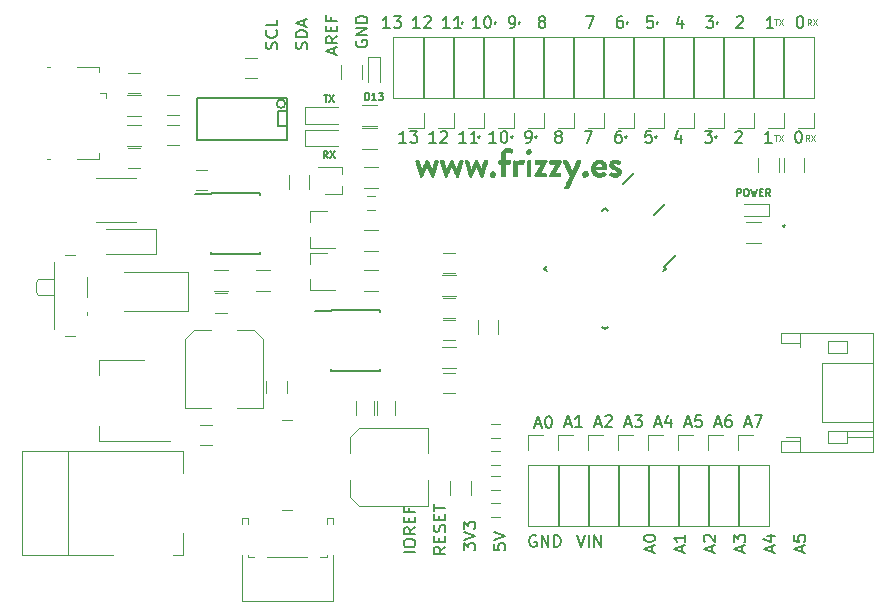
<source format=gto>
%TF.GenerationSoftware,KiCad,Pcbnew,4.0.7*%
%TF.CreationDate,2018-07-15T20:27:14+02:00*%
%TF.ProjectId,Grape,47726170652E6B696361645F70636200,rev?*%
%TF.FileFunction,Legend,Top*%
%FSLAX46Y46*%
G04 Gerber Fmt 4.6, Leading zero omitted, Abs format (unit mm)*
G04 Created by KiCad (PCBNEW 4.0.7) date 07/15/18 20:27:14*
%MOMM*%
%LPD*%
G01*
G04 APERTURE LIST*
%ADD10C,0.150000*%
%ADD11C,0.127000*%
%ADD12C,0.100000*%
%ADD13C,0.200000*%
%ADD14C,0.120000*%
%ADD15C,0.203200*%
%ADD16C,0.010000*%
G04 APERTURE END LIST*
D10*
D11*
X35052000Y-4675143D02*
X35099619Y-4722762D01*
X35052000Y-4770381D01*
X35004381Y-4722762D01*
X35052000Y-4675143D01*
X35052000Y-4770381D01*
X37846000Y-4675143D02*
X37893619Y-4722762D01*
X37846000Y-4770381D01*
X37798381Y-4722762D01*
X37846000Y-4675143D01*
X37846000Y-4770381D01*
X39878000Y-4675143D02*
X39925619Y-4722762D01*
X39878000Y-4770381D01*
X39830381Y-4722762D01*
X39878000Y-4675143D01*
X39878000Y-4770381D01*
X49022000Y-4675143D02*
X49069619Y-4722762D01*
X49022000Y-4770381D01*
X48974381Y-4722762D01*
X49022000Y-4675143D01*
X49022000Y-4770381D01*
X51562000Y-4675143D02*
X51609619Y-4722762D01*
X51562000Y-4770381D01*
X51514381Y-4722762D01*
X51562000Y-4675143D01*
X51562000Y-4770381D01*
X56642000Y-4675143D02*
X56689619Y-4722762D01*
X56642000Y-4770381D01*
X56594381Y-4722762D01*
X56642000Y-4675143D01*
X56642000Y-4770381D01*
X56515000Y-14327143D02*
X56562619Y-14374762D01*
X56515000Y-14422381D01*
X56467381Y-14374762D01*
X56515000Y-14327143D01*
X56515000Y-14422381D01*
X51435000Y-14327143D02*
X51482619Y-14374762D01*
X51435000Y-14422381D01*
X51387381Y-14374762D01*
X51435000Y-14327143D01*
X51435000Y-14422381D01*
X48895000Y-14327143D02*
X48942619Y-14374762D01*
X48895000Y-14422381D01*
X48847381Y-14374762D01*
X48895000Y-14327143D01*
X48895000Y-14422381D01*
X41275000Y-14327143D02*
X41322619Y-14374762D01*
X41275000Y-14422381D01*
X41227381Y-14374762D01*
X41275000Y-14327143D01*
X41275000Y-14422381D01*
X39243000Y-14327143D02*
X39290619Y-14374762D01*
X39243000Y-14422381D01*
X39195381Y-14374762D01*
X39243000Y-14327143D01*
X39243000Y-14422381D01*
X36449000Y-14327143D02*
X36496619Y-14374762D01*
X36449000Y-14422381D01*
X36401381Y-14374762D01*
X36449000Y-14327143D01*
X36449000Y-14422381D01*
X44751762Y-48093381D02*
X45085095Y-49093381D01*
X45418429Y-48093381D01*
X45751762Y-49093381D02*
X45751762Y-48093381D01*
X46227952Y-49093381D02*
X46227952Y-48093381D01*
X46799381Y-49093381D01*
X46799381Y-48093381D01*
X41275096Y-48141000D02*
X41179858Y-48093381D01*
X41037001Y-48093381D01*
X40894143Y-48141000D01*
X40798905Y-48236238D01*
X40751286Y-48331476D01*
X40703667Y-48521952D01*
X40703667Y-48664810D01*
X40751286Y-48855286D01*
X40798905Y-48950524D01*
X40894143Y-49045762D01*
X41037001Y-49093381D01*
X41132239Y-49093381D01*
X41275096Y-49045762D01*
X41322715Y-48998143D01*
X41322715Y-48664810D01*
X41132239Y-48664810D01*
X41751286Y-49093381D02*
X41751286Y-48093381D01*
X42322715Y-49093381D01*
X42322715Y-48093381D01*
X42798905Y-49093381D02*
X42798905Y-48093381D01*
X43037000Y-48093381D01*
X43179858Y-48141000D01*
X43275096Y-48236238D01*
X43322715Y-48331476D01*
X43370334Y-48521952D01*
X43370334Y-48664810D01*
X43322715Y-48855286D01*
X43275096Y-48950524D01*
X43179858Y-49045762D01*
X43037000Y-49093381D01*
X42798905Y-49093381D01*
X37679381Y-48831476D02*
X37679381Y-49307667D01*
X38155571Y-49355286D01*
X38107952Y-49307667D01*
X38060333Y-49212429D01*
X38060333Y-48974333D01*
X38107952Y-48879095D01*
X38155571Y-48831476D01*
X38250810Y-48783857D01*
X38488905Y-48783857D01*
X38584143Y-48831476D01*
X38631762Y-48879095D01*
X38679381Y-48974333D01*
X38679381Y-49212429D01*
X38631762Y-49307667D01*
X38584143Y-49355286D01*
X37679381Y-48498143D02*
X38679381Y-48164810D01*
X37679381Y-47831476D01*
X35139381Y-49371095D02*
X35139381Y-48752047D01*
X35520333Y-49085381D01*
X35520333Y-48942523D01*
X35567952Y-48847285D01*
X35615571Y-48799666D01*
X35710810Y-48752047D01*
X35948905Y-48752047D01*
X36044143Y-48799666D01*
X36091762Y-48847285D01*
X36139381Y-48942523D01*
X36139381Y-49228238D01*
X36091762Y-49323476D01*
X36044143Y-49371095D01*
X35139381Y-48466333D02*
X36139381Y-48133000D01*
X35139381Y-47799666D01*
X35139381Y-47561571D02*
X35139381Y-46942523D01*
X35520333Y-47275857D01*
X35520333Y-47132999D01*
X35567952Y-47037761D01*
X35615571Y-46990142D01*
X35710810Y-46942523D01*
X35948905Y-46942523D01*
X36044143Y-46990142D01*
X36091762Y-47037761D01*
X36139381Y-47132999D01*
X36139381Y-47418714D01*
X36091762Y-47513952D01*
X36044143Y-47561571D01*
X33599381Y-49077381D02*
X33123190Y-49410715D01*
X33599381Y-49648810D02*
X32599381Y-49648810D01*
X32599381Y-49267857D01*
X32647000Y-49172619D01*
X32694619Y-49125000D01*
X32789857Y-49077381D01*
X32932714Y-49077381D01*
X33027952Y-49125000D01*
X33075571Y-49172619D01*
X33123190Y-49267857D01*
X33123190Y-49648810D01*
X33075571Y-48648810D02*
X33075571Y-48315476D01*
X33599381Y-48172619D02*
X33599381Y-48648810D01*
X32599381Y-48648810D01*
X32599381Y-48172619D01*
X33551762Y-47791667D02*
X33599381Y-47648810D01*
X33599381Y-47410714D01*
X33551762Y-47315476D01*
X33504143Y-47267857D01*
X33408905Y-47220238D01*
X33313667Y-47220238D01*
X33218429Y-47267857D01*
X33170810Y-47315476D01*
X33123190Y-47410714D01*
X33075571Y-47601191D01*
X33027952Y-47696429D01*
X32980333Y-47744048D01*
X32885095Y-47791667D01*
X32789857Y-47791667D01*
X32694619Y-47744048D01*
X32647000Y-47696429D01*
X32599381Y-47601191D01*
X32599381Y-47363095D01*
X32647000Y-47220238D01*
X33075571Y-46791667D02*
X33075571Y-46458333D01*
X33599381Y-46315476D02*
X33599381Y-46791667D01*
X32599381Y-46791667D01*
X32599381Y-46315476D01*
X32599381Y-46029762D02*
X32599381Y-45458333D01*
X33599381Y-45744048D02*
X32599381Y-45744048D01*
X31059381Y-49529762D02*
X30059381Y-49529762D01*
X30059381Y-48863096D02*
X30059381Y-48672619D01*
X30107000Y-48577381D01*
X30202238Y-48482143D01*
X30392714Y-48434524D01*
X30726048Y-48434524D01*
X30916524Y-48482143D01*
X31011762Y-48577381D01*
X31059381Y-48672619D01*
X31059381Y-48863096D01*
X31011762Y-48958334D01*
X30916524Y-49053572D01*
X30726048Y-49101191D01*
X30392714Y-49101191D01*
X30202238Y-49053572D01*
X30107000Y-48958334D01*
X30059381Y-48863096D01*
X31059381Y-47434524D02*
X30583190Y-47767858D01*
X31059381Y-48005953D02*
X30059381Y-48005953D01*
X30059381Y-47625000D01*
X30107000Y-47529762D01*
X30154619Y-47482143D01*
X30249857Y-47434524D01*
X30392714Y-47434524D01*
X30487952Y-47482143D01*
X30535571Y-47529762D01*
X30583190Y-47625000D01*
X30583190Y-48005953D01*
X30535571Y-47005953D02*
X30535571Y-46672619D01*
X31059381Y-46529762D02*
X31059381Y-47005953D01*
X30059381Y-47005953D01*
X30059381Y-46529762D01*
X30535571Y-45767857D02*
X30535571Y-46101191D01*
X31059381Y-46101191D02*
X30059381Y-46101191D01*
X30059381Y-45625000D01*
X19327762Y-6905476D02*
X19375381Y-6762619D01*
X19375381Y-6524523D01*
X19327762Y-6429285D01*
X19280143Y-6381666D01*
X19184905Y-6334047D01*
X19089667Y-6334047D01*
X18994429Y-6381666D01*
X18946810Y-6429285D01*
X18899190Y-6524523D01*
X18851571Y-6715000D01*
X18803952Y-6810238D01*
X18756333Y-6857857D01*
X18661095Y-6905476D01*
X18565857Y-6905476D01*
X18470619Y-6857857D01*
X18423000Y-6810238D01*
X18375381Y-6715000D01*
X18375381Y-6476904D01*
X18423000Y-6334047D01*
X19280143Y-5334047D02*
X19327762Y-5381666D01*
X19375381Y-5524523D01*
X19375381Y-5619761D01*
X19327762Y-5762619D01*
X19232524Y-5857857D01*
X19137286Y-5905476D01*
X18946810Y-5953095D01*
X18803952Y-5953095D01*
X18613476Y-5905476D01*
X18518238Y-5857857D01*
X18423000Y-5762619D01*
X18375381Y-5619761D01*
X18375381Y-5524523D01*
X18423000Y-5381666D01*
X18470619Y-5334047D01*
X19375381Y-4429285D02*
X19375381Y-4905476D01*
X18375381Y-4905476D01*
X21867762Y-6929286D02*
X21915381Y-6786429D01*
X21915381Y-6548333D01*
X21867762Y-6453095D01*
X21820143Y-6405476D01*
X21724905Y-6357857D01*
X21629667Y-6357857D01*
X21534429Y-6405476D01*
X21486810Y-6453095D01*
X21439190Y-6548333D01*
X21391571Y-6738810D01*
X21343952Y-6834048D01*
X21296333Y-6881667D01*
X21201095Y-6929286D01*
X21105857Y-6929286D01*
X21010619Y-6881667D01*
X20963000Y-6834048D01*
X20915381Y-6738810D01*
X20915381Y-6500714D01*
X20963000Y-6357857D01*
X21915381Y-5929286D02*
X20915381Y-5929286D01*
X20915381Y-5691191D01*
X20963000Y-5548333D01*
X21058238Y-5453095D01*
X21153476Y-5405476D01*
X21343952Y-5357857D01*
X21486810Y-5357857D01*
X21677286Y-5405476D01*
X21772524Y-5453095D01*
X21867762Y-5548333D01*
X21915381Y-5691191D01*
X21915381Y-5929286D01*
X21629667Y-4976905D02*
X21629667Y-4500714D01*
X21915381Y-5072143D02*
X20915381Y-4738810D01*
X21915381Y-4405476D01*
X24169667Y-7334048D02*
X24169667Y-6857857D01*
X24455381Y-7429286D02*
X23455381Y-7095953D01*
X24455381Y-6762619D01*
X24455381Y-5857857D02*
X23979190Y-6191191D01*
X24455381Y-6429286D02*
X23455381Y-6429286D01*
X23455381Y-6048333D01*
X23503000Y-5953095D01*
X23550619Y-5905476D01*
X23645857Y-5857857D01*
X23788714Y-5857857D01*
X23883952Y-5905476D01*
X23931571Y-5953095D01*
X23979190Y-6048333D01*
X23979190Y-6429286D01*
X23931571Y-5429286D02*
X23931571Y-5095952D01*
X24455381Y-4953095D02*
X24455381Y-5429286D01*
X23455381Y-5429286D01*
X23455381Y-4953095D01*
X23931571Y-4191190D02*
X23931571Y-4524524D01*
X24455381Y-4524524D02*
X23455381Y-4524524D01*
X23455381Y-4048333D01*
X26043000Y-6222904D02*
X25995381Y-6318142D01*
X25995381Y-6460999D01*
X26043000Y-6603857D01*
X26138238Y-6699095D01*
X26233476Y-6746714D01*
X26423952Y-6794333D01*
X26566810Y-6794333D01*
X26757286Y-6746714D01*
X26852524Y-6699095D01*
X26947762Y-6603857D01*
X26995381Y-6460999D01*
X26995381Y-6365761D01*
X26947762Y-6222904D01*
X26900143Y-6175285D01*
X26566810Y-6175285D01*
X26566810Y-6365761D01*
X26995381Y-5746714D02*
X25995381Y-5746714D01*
X26995381Y-5175285D01*
X25995381Y-5175285D01*
X26995381Y-4699095D02*
X25995381Y-4699095D01*
X25995381Y-4461000D01*
X26043000Y-4318142D01*
X26138238Y-4222904D01*
X26233476Y-4175285D01*
X26423952Y-4127666D01*
X26566810Y-4127666D01*
X26757286Y-4175285D01*
X26852524Y-4222904D01*
X26947762Y-4318142D01*
X26995381Y-4461000D01*
X26995381Y-4699095D01*
D12*
X64559667Y-4925190D02*
X64393000Y-4687095D01*
X64273953Y-4925190D02*
X64273953Y-4425190D01*
X64464429Y-4425190D01*
X64512048Y-4449000D01*
X64535857Y-4472810D01*
X64559667Y-4520429D01*
X64559667Y-4591857D01*
X64535857Y-4639476D01*
X64512048Y-4663286D01*
X64464429Y-4687095D01*
X64273953Y-4687095D01*
X64726334Y-4425190D02*
X65059667Y-4925190D01*
X65059667Y-4425190D02*
X64726334Y-4925190D01*
D11*
X63579381Y-4151381D02*
X63674620Y-4151381D01*
X63769858Y-4199000D01*
X63817477Y-4246619D01*
X63865096Y-4341857D01*
X63912715Y-4532333D01*
X63912715Y-4770429D01*
X63865096Y-4960905D01*
X63817477Y-5056143D01*
X63769858Y-5103762D01*
X63674620Y-5151381D01*
X63579381Y-5151381D01*
X63484143Y-5103762D01*
X63436524Y-5056143D01*
X63388905Y-4960905D01*
X63341286Y-4770429D01*
X63341286Y-4532333D01*
X63388905Y-4341857D01*
X63436524Y-4246619D01*
X63484143Y-4199000D01*
X63579381Y-4151381D01*
D12*
X61468048Y-4425190D02*
X61753762Y-4425190D01*
X61610905Y-4925190D02*
X61610905Y-4425190D01*
X61872810Y-4425190D02*
X62206143Y-4925190D01*
X62206143Y-4425190D02*
X61872810Y-4925190D01*
D11*
X61372715Y-5151381D02*
X60801286Y-5151381D01*
X61087000Y-5151381D02*
X61087000Y-4151381D01*
X60991762Y-4294238D01*
X60896524Y-4389476D01*
X60801286Y-4437095D01*
X58261286Y-4246619D02*
X58308905Y-4199000D01*
X58404143Y-4151381D01*
X58642239Y-4151381D01*
X58737477Y-4199000D01*
X58785096Y-4246619D01*
X58832715Y-4341857D01*
X58832715Y-4437095D01*
X58785096Y-4579952D01*
X58213667Y-5151381D01*
X58832715Y-5151381D01*
X55673667Y-4151381D02*
X56292715Y-4151381D01*
X55959381Y-4532333D01*
X56102239Y-4532333D01*
X56197477Y-4579952D01*
X56245096Y-4627571D01*
X56292715Y-4722810D01*
X56292715Y-4960905D01*
X56245096Y-5056143D01*
X56197477Y-5103762D01*
X56102239Y-5151381D01*
X55816524Y-5151381D01*
X55721286Y-5103762D01*
X55673667Y-5056143D01*
X53657477Y-4484714D02*
X53657477Y-5151381D01*
X53419381Y-4103762D02*
X53181286Y-4818048D01*
X53800334Y-4818048D01*
X51165096Y-4151381D02*
X50688905Y-4151381D01*
X50641286Y-4627571D01*
X50688905Y-4579952D01*
X50784143Y-4532333D01*
X51022239Y-4532333D01*
X51117477Y-4579952D01*
X51165096Y-4627571D01*
X51212715Y-4722810D01*
X51212715Y-4960905D01*
X51165096Y-5056143D01*
X51117477Y-5103762D01*
X51022239Y-5151381D01*
X50784143Y-5151381D01*
X50688905Y-5103762D01*
X50641286Y-5056143D01*
X48577477Y-4151381D02*
X48387000Y-4151381D01*
X48291762Y-4199000D01*
X48244143Y-4246619D01*
X48148905Y-4389476D01*
X48101286Y-4579952D01*
X48101286Y-4960905D01*
X48148905Y-5056143D01*
X48196524Y-5103762D01*
X48291762Y-5151381D01*
X48482239Y-5151381D01*
X48577477Y-5103762D01*
X48625096Y-5056143D01*
X48672715Y-4960905D01*
X48672715Y-4722810D01*
X48625096Y-4627571D01*
X48577477Y-4579952D01*
X48482239Y-4532333D01*
X48291762Y-4532333D01*
X48196524Y-4579952D01*
X48148905Y-4627571D01*
X48101286Y-4722810D01*
X45513667Y-4151381D02*
X46180334Y-4151381D01*
X45751762Y-5151381D01*
X41687762Y-4579952D02*
X41592524Y-4532333D01*
X41544905Y-4484714D01*
X41497286Y-4389476D01*
X41497286Y-4341857D01*
X41544905Y-4246619D01*
X41592524Y-4199000D01*
X41687762Y-4151381D01*
X41878239Y-4151381D01*
X41973477Y-4199000D01*
X42021096Y-4246619D01*
X42068715Y-4341857D01*
X42068715Y-4389476D01*
X42021096Y-4484714D01*
X41973477Y-4532333D01*
X41878239Y-4579952D01*
X41687762Y-4579952D01*
X41592524Y-4627571D01*
X41544905Y-4675190D01*
X41497286Y-4770429D01*
X41497286Y-4960905D01*
X41544905Y-5056143D01*
X41592524Y-5103762D01*
X41687762Y-5151381D01*
X41878239Y-5151381D01*
X41973477Y-5103762D01*
X42021096Y-5056143D01*
X42068715Y-4960905D01*
X42068715Y-4770429D01*
X42021096Y-4675190D01*
X41973477Y-4627571D01*
X41878239Y-4579952D01*
X39052524Y-5151381D02*
X39243000Y-5151381D01*
X39338239Y-5103762D01*
X39385858Y-5056143D01*
X39481096Y-4913286D01*
X39528715Y-4722810D01*
X39528715Y-4341857D01*
X39481096Y-4246619D01*
X39433477Y-4199000D01*
X39338239Y-4151381D01*
X39147762Y-4151381D01*
X39052524Y-4199000D01*
X39004905Y-4246619D01*
X38957286Y-4341857D01*
X38957286Y-4579952D01*
X39004905Y-4675190D01*
X39052524Y-4722810D01*
X39147762Y-4770429D01*
X39338239Y-4770429D01*
X39433477Y-4722810D01*
X39481096Y-4675190D01*
X39528715Y-4579952D01*
X36512524Y-5151381D02*
X35941095Y-5151381D01*
X36226809Y-5151381D02*
X36226809Y-4151381D01*
X36131571Y-4294238D01*
X36036333Y-4389476D01*
X35941095Y-4437095D01*
X37131571Y-4151381D02*
X37226810Y-4151381D01*
X37322048Y-4199000D01*
X37369667Y-4246619D01*
X37417286Y-4341857D01*
X37464905Y-4532333D01*
X37464905Y-4770429D01*
X37417286Y-4960905D01*
X37369667Y-5056143D01*
X37322048Y-5103762D01*
X37226810Y-5151381D01*
X37131571Y-5151381D01*
X37036333Y-5103762D01*
X36988714Y-5056143D01*
X36941095Y-4960905D01*
X36893476Y-4770429D01*
X36893476Y-4532333D01*
X36941095Y-4341857D01*
X36988714Y-4246619D01*
X37036333Y-4199000D01*
X37131571Y-4151381D01*
X33972524Y-5151381D02*
X33401095Y-5151381D01*
X33686809Y-5151381D02*
X33686809Y-4151381D01*
X33591571Y-4294238D01*
X33496333Y-4389476D01*
X33401095Y-4437095D01*
X34924905Y-5151381D02*
X34353476Y-5151381D01*
X34639190Y-5151381D02*
X34639190Y-4151381D01*
X34543952Y-4294238D01*
X34448714Y-4389476D01*
X34353476Y-4437095D01*
X31432524Y-5151381D02*
X30861095Y-5151381D01*
X31146809Y-5151381D02*
X31146809Y-4151381D01*
X31051571Y-4294238D01*
X30956333Y-4389476D01*
X30861095Y-4437095D01*
X31813476Y-4246619D02*
X31861095Y-4199000D01*
X31956333Y-4151381D01*
X32194429Y-4151381D01*
X32289667Y-4199000D01*
X32337286Y-4246619D01*
X32384905Y-4341857D01*
X32384905Y-4437095D01*
X32337286Y-4579952D01*
X31765857Y-5151381D01*
X32384905Y-5151381D01*
X28892524Y-5151381D02*
X28321095Y-5151381D01*
X28606809Y-5151381D02*
X28606809Y-4151381D01*
X28511571Y-4294238D01*
X28416333Y-4389476D01*
X28321095Y-4437095D01*
X29225857Y-4151381D02*
X29844905Y-4151381D01*
X29511571Y-4532333D01*
X29654429Y-4532333D01*
X29749667Y-4579952D01*
X29797286Y-4627571D01*
X29844905Y-4722810D01*
X29844905Y-4960905D01*
X29797286Y-5056143D01*
X29749667Y-5103762D01*
X29654429Y-5151381D01*
X29368714Y-5151381D01*
X29273476Y-5103762D01*
X29225857Y-5056143D01*
D12*
X64432667Y-14704190D02*
X64266000Y-14466095D01*
X64146953Y-14704190D02*
X64146953Y-14204190D01*
X64337429Y-14204190D01*
X64385048Y-14228000D01*
X64408857Y-14251810D01*
X64432667Y-14299429D01*
X64432667Y-14370857D01*
X64408857Y-14418476D01*
X64385048Y-14442286D01*
X64337429Y-14466095D01*
X64146953Y-14466095D01*
X64599334Y-14204190D02*
X64932667Y-14704190D01*
X64932667Y-14204190D02*
X64599334Y-14704190D01*
X61468048Y-14204190D02*
X61753762Y-14204190D01*
X61610905Y-14704190D02*
X61610905Y-14204190D01*
X61872810Y-14204190D02*
X62206143Y-14704190D01*
X62206143Y-14204190D02*
X61872810Y-14704190D01*
D11*
X63452381Y-13866881D02*
X63547620Y-13866881D01*
X63642858Y-13914500D01*
X63690477Y-13962119D01*
X63738096Y-14057357D01*
X63785715Y-14247833D01*
X63785715Y-14485929D01*
X63738096Y-14676405D01*
X63690477Y-14771643D01*
X63642858Y-14819262D01*
X63547620Y-14866881D01*
X63452381Y-14866881D01*
X63357143Y-14819262D01*
X63309524Y-14771643D01*
X63261905Y-14676405D01*
X63214286Y-14485929D01*
X63214286Y-14247833D01*
X63261905Y-14057357D01*
X63309524Y-13962119D01*
X63357143Y-13914500D01*
X63452381Y-13866881D01*
X61245715Y-14866881D02*
X60674286Y-14866881D01*
X60960000Y-14866881D02*
X60960000Y-13866881D01*
X60864762Y-14009738D01*
X60769524Y-14104976D01*
X60674286Y-14152595D01*
X26830428Y-11256929D02*
X26830428Y-10656929D01*
X26973285Y-10656929D01*
X27059000Y-10685500D01*
X27116142Y-10742643D01*
X27144714Y-10799786D01*
X27173285Y-10914071D01*
X27173285Y-10999786D01*
X27144714Y-11114071D01*
X27116142Y-11171214D01*
X27059000Y-11228357D01*
X26973285Y-11256929D01*
X26830428Y-11256929D01*
X27744714Y-11256929D02*
X27401857Y-11256929D01*
X27573285Y-11256929D02*
X27573285Y-10656929D01*
X27516142Y-10742643D01*
X27459000Y-10799786D01*
X27401857Y-10828357D01*
X27944714Y-10656929D02*
X28316143Y-10656929D01*
X28116143Y-10885500D01*
X28201857Y-10885500D01*
X28259000Y-10914071D01*
X28287571Y-10942643D01*
X28316143Y-10999786D01*
X28316143Y-11142643D01*
X28287571Y-11199786D01*
X28259000Y-11228357D01*
X28201857Y-11256929D01*
X28030429Y-11256929D01*
X27973286Y-11228357D01*
X27944714Y-11199786D01*
X23649000Y-16146429D02*
X23449000Y-15860714D01*
X23306143Y-16146429D02*
X23306143Y-15546429D01*
X23534715Y-15546429D01*
X23591857Y-15575000D01*
X23620429Y-15603571D01*
X23649000Y-15660714D01*
X23649000Y-15746429D01*
X23620429Y-15803571D01*
X23591857Y-15832143D01*
X23534715Y-15860714D01*
X23306143Y-15860714D01*
X23849000Y-15546429D02*
X24249000Y-16146429D01*
X24249000Y-15546429D02*
X23849000Y-16146429D01*
X23291857Y-10847429D02*
X23634714Y-10847429D01*
X23463285Y-11447429D02*
X23463285Y-10847429D01*
X23777571Y-10847429D02*
X24177571Y-11447429D01*
X24177571Y-10847429D02*
X23777571Y-11447429D01*
X58304286Y-19384929D02*
X58304286Y-18784929D01*
X58532858Y-18784929D01*
X58590000Y-18813500D01*
X58618572Y-18842071D01*
X58647143Y-18899214D01*
X58647143Y-18984929D01*
X58618572Y-19042071D01*
X58590000Y-19070643D01*
X58532858Y-19099214D01*
X58304286Y-19099214D01*
X59018572Y-18784929D02*
X59132858Y-18784929D01*
X59190000Y-18813500D01*
X59247143Y-18870643D01*
X59275715Y-18984929D01*
X59275715Y-19184929D01*
X59247143Y-19299214D01*
X59190000Y-19356357D01*
X59132858Y-19384929D01*
X59018572Y-19384929D01*
X58961429Y-19356357D01*
X58904286Y-19299214D01*
X58875715Y-19184929D01*
X58875715Y-18984929D01*
X58904286Y-18870643D01*
X58961429Y-18813500D01*
X59018572Y-18784929D01*
X59475714Y-18784929D02*
X59618571Y-19384929D01*
X59732857Y-18956357D01*
X59847143Y-19384929D01*
X59990000Y-18784929D01*
X60218571Y-19070643D02*
X60418571Y-19070643D01*
X60504285Y-19384929D02*
X60218571Y-19384929D01*
X60218571Y-18784929D01*
X60504285Y-18784929D01*
X61104285Y-19384929D02*
X60904285Y-19099214D01*
X60761428Y-19384929D02*
X60761428Y-18784929D01*
X60990000Y-18784929D01*
X61047142Y-18813500D01*
X61075714Y-18842071D01*
X61104285Y-18899214D01*
X61104285Y-18984929D01*
X61075714Y-19042071D01*
X61047142Y-19070643D01*
X60990000Y-19099214D01*
X60761428Y-19099214D01*
X63793667Y-49482286D02*
X63793667Y-49006095D01*
X64079381Y-49577524D02*
X63079381Y-49244191D01*
X64079381Y-48910857D01*
X63079381Y-48101333D02*
X63079381Y-48577524D01*
X63555571Y-48625143D01*
X63507952Y-48577524D01*
X63460333Y-48482286D01*
X63460333Y-48244190D01*
X63507952Y-48148952D01*
X63555571Y-48101333D01*
X63650810Y-48053714D01*
X63888905Y-48053714D01*
X63984143Y-48101333D01*
X64031762Y-48148952D01*
X64079381Y-48244190D01*
X64079381Y-48482286D01*
X64031762Y-48577524D01*
X63984143Y-48625143D01*
X61253667Y-49482286D02*
X61253667Y-49006095D01*
X61539381Y-49577524D02*
X60539381Y-49244191D01*
X61539381Y-48910857D01*
X60872714Y-48148952D02*
X61539381Y-48148952D01*
X60491762Y-48387048D02*
X61206048Y-48625143D01*
X61206048Y-48006095D01*
X58713667Y-49482286D02*
X58713667Y-49006095D01*
X58999381Y-49577524D02*
X57999381Y-49244191D01*
X58999381Y-48910857D01*
X57999381Y-48672762D02*
X57999381Y-48053714D01*
X58380333Y-48387048D01*
X58380333Y-48244190D01*
X58427952Y-48148952D01*
X58475571Y-48101333D01*
X58570810Y-48053714D01*
X58808905Y-48053714D01*
X58904143Y-48101333D01*
X58951762Y-48148952D01*
X58999381Y-48244190D01*
X58999381Y-48529905D01*
X58951762Y-48625143D01*
X58904143Y-48672762D01*
X56173667Y-49482286D02*
X56173667Y-49006095D01*
X56459381Y-49577524D02*
X55459381Y-49244191D01*
X56459381Y-48910857D01*
X55554619Y-48625143D02*
X55507000Y-48577524D01*
X55459381Y-48482286D01*
X55459381Y-48244190D01*
X55507000Y-48148952D01*
X55554619Y-48101333D01*
X55649857Y-48053714D01*
X55745095Y-48053714D01*
X55887952Y-48101333D01*
X56459381Y-48672762D01*
X56459381Y-48053714D01*
X53633667Y-49482286D02*
X53633667Y-49006095D01*
X53919381Y-49577524D02*
X52919381Y-49244191D01*
X53919381Y-48910857D01*
X53919381Y-48053714D02*
X53919381Y-48625143D01*
X53919381Y-48339429D02*
X52919381Y-48339429D01*
X53062238Y-48434667D01*
X53157476Y-48529905D01*
X53205095Y-48625143D01*
X51093667Y-49482286D02*
X51093667Y-49006095D01*
X51379381Y-49577524D02*
X50379381Y-49244191D01*
X51379381Y-48910857D01*
X50379381Y-48387048D02*
X50379381Y-48291809D01*
X50427000Y-48196571D01*
X50474619Y-48148952D01*
X50569857Y-48101333D01*
X50760333Y-48053714D01*
X50998429Y-48053714D01*
X51188905Y-48101333D01*
X51284143Y-48148952D01*
X51331762Y-48196571D01*
X51379381Y-48291809D01*
X51379381Y-48387048D01*
X51331762Y-48482286D01*
X51284143Y-48529905D01*
X51188905Y-48577524D01*
X50998429Y-48625143D01*
X50760333Y-48625143D01*
X50569857Y-48577524D01*
X50474619Y-48529905D01*
X50427000Y-48482286D01*
X50379381Y-48387048D01*
D13*
X62293500Y-21796286D02*
X62388739Y-21891524D01*
X62293500Y-21986762D01*
X62198262Y-21891524D01*
X62293500Y-21796286D01*
X62293500Y-21986762D01*
D11*
X58134286Y-13962119D02*
X58181905Y-13914500D01*
X58277143Y-13866881D01*
X58515239Y-13866881D01*
X58610477Y-13914500D01*
X58658096Y-13962119D01*
X58705715Y-14057357D01*
X58705715Y-14152595D01*
X58658096Y-14295452D01*
X58086667Y-14866881D01*
X58705715Y-14866881D01*
X55546667Y-13866881D02*
X56165715Y-13866881D01*
X55832381Y-14247833D01*
X55975239Y-14247833D01*
X56070477Y-14295452D01*
X56118096Y-14343071D01*
X56165715Y-14438310D01*
X56165715Y-14676405D01*
X56118096Y-14771643D01*
X56070477Y-14819262D01*
X55975239Y-14866881D01*
X55689524Y-14866881D01*
X55594286Y-14819262D01*
X55546667Y-14771643D01*
X53530477Y-14200214D02*
X53530477Y-14866881D01*
X53292381Y-13819262D02*
X53054286Y-14533548D01*
X53673334Y-14533548D01*
X51038096Y-13866881D02*
X50561905Y-13866881D01*
X50514286Y-14343071D01*
X50561905Y-14295452D01*
X50657143Y-14247833D01*
X50895239Y-14247833D01*
X50990477Y-14295452D01*
X51038096Y-14343071D01*
X51085715Y-14438310D01*
X51085715Y-14676405D01*
X51038096Y-14771643D01*
X50990477Y-14819262D01*
X50895239Y-14866881D01*
X50657143Y-14866881D01*
X50561905Y-14819262D01*
X50514286Y-14771643D01*
X48450477Y-13866881D02*
X48260000Y-13866881D01*
X48164762Y-13914500D01*
X48117143Y-13962119D01*
X48021905Y-14104976D01*
X47974286Y-14295452D01*
X47974286Y-14676405D01*
X48021905Y-14771643D01*
X48069524Y-14819262D01*
X48164762Y-14866881D01*
X48355239Y-14866881D01*
X48450477Y-14819262D01*
X48498096Y-14771643D01*
X48545715Y-14676405D01*
X48545715Y-14438310D01*
X48498096Y-14343071D01*
X48450477Y-14295452D01*
X48355239Y-14247833D01*
X48164762Y-14247833D01*
X48069524Y-14295452D01*
X48021905Y-14343071D01*
X47974286Y-14438310D01*
X45386667Y-13866881D02*
X46053334Y-13866881D01*
X45624762Y-14866881D01*
X43084762Y-14295452D02*
X42989524Y-14247833D01*
X42941905Y-14200214D01*
X42894286Y-14104976D01*
X42894286Y-14057357D01*
X42941905Y-13962119D01*
X42989524Y-13914500D01*
X43084762Y-13866881D01*
X43275239Y-13866881D01*
X43370477Y-13914500D01*
X43418096Y-13962119D01*
X43465715Y-14057357D01*
X43465715Y-14104976D01*
X43418096Y-14200214D01*
X43370477Y-14247833D01*
X43275239Y-14295452D01*
X43084762Y-14295452D01*
X42989524Y-14343071D01*
X42941905Y-14390690D01*
X42894286Y-14485929D01*
X42894286Y-14676405D01*
X42941905Y-14771643D01*
X42989524Y-14819262D01*
X43084762Y-14866881D01*
X43275239Y-14866881D01*
X43370477Y-14819262D01*
X43418096Y-14771643D01*
X43465715Y-14676405D01*
X43465715Y-14485929D01*
X43418096Y-14390690D01*
X43370477Y-14343071D01*
X43275239Y-14295452D01*
X40449524Y-14866881D02*
X40640000Y-14866881D01*
X40735239Y-14819262D01*
X40782858Y-14771643D01*
X40878096Y-14628786D01*
X40925715Y-14438310D01*
X40925715Y-14057357D01*
X40878096Y-13962119D01*
X40830477Y-13914500D01*
X40735239Y-13866881D01*
X40544762Y-13866881D01*
X40449524Y-13914500D01*
X40401905Y-13962119D01*
X40354286Y-14057357D01*
X40354286Y-14295452D01*
X40401905Y-14390690D01*
X40449524Y-14438310D01*
X40544762Y-14485929D01*
X40735239Y-14485929D01*
X40830477Y-14438310D01*
X40878096Y-14390690D01*
X40925715Y-14295452D01*
X37909524Y-14866881D02*
X37338095Y-14866881D01*
X37623809Y-14866881D02*
X37623809Y-13866881D01*
X37528571Y-14009738D01*
X37433333Y-14104976D01*
X37338095Y-14152595D01*
X38528571Y-13866881D02*
X38623810Y-13866881D01*
X38719048Y-13914500D01*
X38766667Y-13962119D01*
X38814286Y-14057357D01*
X38861905Y-14247833D01*
X38861905Y-14485929D01*
X38814286Y-14676405D01*
X38766667Y-14771643D01*
X38719048Y-14819262D01*
X38623810Y-14866881D01*
X38528571Y-14866881D01*
X38433333Y-14819262D01*
X38385714Y-14771643D01*
X38338095Y-14676405D01*
X38290476Y-14485929D01*
X38290476Y-14247833D01*
X38338095Y-14057357D01*
X38385714Y-13962119D01*
X38433333Y-13914500D01*
X38528571Y-13866881D01*
X35369524Y-14866881D02*
X34798095Y-14866881D01*
X35083809Y-14866881D02*
X35083809Y-13866881D01*
X34988571Y-14009738D01*
X34893333Y-14104976D01*
X34798095Y-14152595D01*
X36321905Y-14866881D02*
X35750476Y-14866881D01*
X36036190Y-14866881D02*
X36036190Y-13866881D01*
X35940952Y-14009738D01*
X35845714Y-14104976D01*
X35750476Y-14152595D01*
X32829524Y-14866881D02*
X32258095Y-14866881D01*
X32543809Y-14866881D02*
X32543809Y-13866881D01*
X32448571Y-14009738D01*
X32353333Y-14104976D01*
X32258095Y-14152595D01*
X33210476Y-13962119D02*
X33258095Y-13914500D01*
X33353333Y-13866881D01*
X33591429Y-13866881D01*
X33686667Y-13914500D01*
X33734286Y-13962119D01*
X33781905Y-14057357D01*
X33781905Y-14152595D01*
X33734286Y-14295452D01*
X33162857Y-14866881D01*
X33781905Y-14866881D01*
X30289524Y-14866881D02*
X29718095Y-14866881D01*
X30003809Y-14866881D02*
X30003809Y-13866881D01*
X29908571Y-14009738D01*
X29813333Y-14104976D01*
X29718095Y-14152595D01*
X30622857Y-13866881D02*
X31241905Y-13866881D01*
X30908571Y-14247833D01*
X31051429Y-14247833D01*
X31146667Y-14295452D01*
X31194286Y-14343071D01*
X31241905Y-14438310D01*
X31241905Y-14676405D01*
X31194286Y-14771643D01*
X31146667Y-14819262D01*
X31051429Y-14866881D01*
X30765714Y-14866881D01*
X30670476Y-14819262D01*
X30622857Y-14771643D01*
X58975714Y-38647667D02*
X59451905Y-38647667D01*
X58880476Y-38933381D02*
X59213809Y-37933381D01*
X59547143Y-38933381D01*
X59785238Y-37933381D02*
X60451905Y-37933381D01*
X60023333Y-38933381D01*
X56435714Y-38647667D02*
X56911905Y-38647667D01*
X56340476Y-38933381D02*
X56673809Y-37933381D01*
X57007143Y-38933381D01*
X57769048Y-37933381D02*
X57578571Y-37933381D01*
X57483333Y-37981000D01*
X57435714Y-38028619D01*
X57340476Y-38171476D01*
X57292857Y-38361952D01*
X57292857Y-38742905D01*
X57340476Y-38838143D01*
X57388095Y-38885762D01*
X57483333Y-38933381D01*
X57673810Y-38933381D01*
X57769048Y-38885762D01*
X57816667Y-38838143D01*
X57864286Y-38742905D01*
X57864286Y-38504810D01*
X57816667Y-38409571D01*
X57769048Y-38361952D01*
X57673810Y-38314333D01*
X57483333Y-38314333D01*
X57388095Y-38361952D01*
X57340476Y-38409571D01*
X57292857Y-38504810D01*
X53895714Y-38647667D02*
X54371905Y-38647667D01*
X53800476Y-38933381D02*
X54133809Y-37933381D01*
X54467143Y-38933381D01*
X55276667Y-37933381D02*
X54800476Y-37933381D01*
X54752857Y-38409571D01*
X54800476Y-38361952D01*
X54895714Y-38314333D01*
X55133810Y-38314333D01*
X55229048Y-38361952D01*
X55276667Y-38409571D01*
X55324286Y-38504810D01*
X55324286Y-38742905D01*
X55276667Y-38838143D01*
X55229048Y-38885762D01*
X55133810Y-38933381D01*
X54895714Y-38933381D01*
X54800476Y-38885762D01*
X54752857Y-38838143D01*
X51355714Y-38647667D02*
X51831905Y-38647667D01*
X51260476Y-38933381D02*
X51593809Y-37933381D01*
X51927143Y-38933381D01*
X52689048Y-38266714D02*
X52689048Y-38933381D01*
X52450952Y-37885762D02*
X52212857Y-38600048D01*
X52831905Y-38600048D01*
X48815714Y-38647667D02*
X49291905Y-38647667D01*
X48720476Y-38933381D02*
X49053809Y-37933381D01*
X49387143Y-38933381D01*
X49625238Y-37933381D02*
X50244286Y-37933381D01*
X49910952Y-38314333D01*
X50053810Y-38314333D01*
X50149048Y-38361952D01*
X50196667Y-38409571D01*
X50244286Y-38504810D01*
X50244286Y-38742905D01*
X50196667Y-38838143D01*
X50149048Y-38885762D01*
X50053810Y-38933381D01*
X49768095Y-38933381D01*
X49672857Y-38885762D01*
X49625238Y-38838143D01*
X46275714Y-38647667D02*
X46751905Y-38647667D01*
X46180476Y-38933381D02*
X46513809Y-37933381D01*
X46847143Y-38933381D01*
X47132857Y-38028619D02*
X47180476Y-37981000D01*
X47275714Y-37933381D01*
X47513810Y-37933381D01*
X47609048Y-37981000D01*
X47656667Y-38028619D01*
X47704286Y-38123857D01*
X47704286Y-38219095D01*
X47656667Y-38361952D01*
X47085238Y-38933381D01*
X47704286Y-38933381D01*
X43735714Y-38647667D02*
X44211905Y-38647667D01*
X43640476Y-38933381D02*
X43973809Y-37933381D01*
X44307143Y-38933381D01*
X45164286Y-38933381D02*
X44592857Y-38933381D01*
X44878571Y-38933381D02*
X44878571Y-37933381D01*
X44783333Y-38076238D01*
X44688095Y-38171476D01*
X44592857Y-38219095D01*
X41195714Y-38711167D02*
X41671905Y-38711167D01*
X41100476Y-38996881D02*
X41433809Y-37996881D01*
X41767143Y-38996881D01*
X42290952Y-37996881D02*
X42386191Y-37996881D01*
X42481429Y-38044500D01*
X42529048Y-38092119D01*
X42576667Y-38187357D01*
X42624286Y-38377833D01*
X42624286Y-38615929D01*
X42576667Y-38806405D01*
X42529048Y-38901643D01*
X42481429Y-38949262D01*
X42386191Y-38996881D01*
X42290952Y-38996881D01*
X42195714Y-38949262D01*
X42148095Y-38901643D01*
X42100476Y-38806405D01*
X42052857Y-38615929D01*
X42052857Y-38377833D01*
X42100476Y-38187357D01*
X42148095Y-38092119D01*
X42195714Y-38044500D01*
X42290952Y-37996881D01*
D14*
X16645000Y-9359000D02*
X17645000Y-9359000D01*
X17645000Y-7659000D02*
X16645000Y-7659000D01*
X6739000Y-16979000D02*
X7739000Y-16979000D01*
X7739000Y-15279000D02*
X6739000Y-15279000D01*
X9127000Y-24291000D02*
X4877000Y-24291000D01*
X9127000Y-22191000D02*
X4877000Y-22191000D01*
X9127000Y-24291000D02*
X9127000Y-22191000D01*
X7739000Y-8929000D02*
X6739000Y-8929000D01*
X6739000Y-10629000D02*
X7739000Y-10629000D01*
X38196000Y-39843000D02*
X37496000Y-39843000D01*
X37496000Y-38643000D02*
X38196000Y-38643000D01*
X27655000Y-20539000D02*
X26955000Y-20539000D01*
X26955000Y-19339000D02*
X27655000Y-19339000D01*
X32129000Y-45591000D02*
X32129000Y-43411000D01*
X32129000Y-38991000D02*
X32129000Y-41171000D01*
X25529000Y-44831000D02*
X25529000Y-43411000D01*
X25529000Y-39751000D02*
X25529000Y-41171000D01*
X32129000Y-45591000D02*
X26289000Y-45591000D01*
X26289000Y-45591000D02*
X25529000Y-44831000D01*
X25529000Y-39751000D02*
X26289000Y-38991000D01*
X26289000Y-38991000D02*
X32129000Y-38991000D01*
X34409000Y-29884000D02*
X33409000Y-29884000D01*
X33409000Y-31584000D02*
X34409000Y-31584000D01*
X11559000Y-37336000D02*
X13739000Y-37336000D01*
X18159000Y-37336000D02*
X15979000Y-37336000D01*
X12319000Y-30736000D02*
X13739000Y-30736000D01*
X17399000Y-30736000D02*
X15979000Y-30736000D01*
X11559000Y-37336000D02*
X11559000Y-31496000D01*
X11559000Y-31496000D02*
X12319000Y-30736000D01*
X17399000Y-30736000D02*
X18159000Y-31496000D01*
X18159000Y-31496000D02*
X18159000Y-37336000D01*
X34409000Y-27979000D02*
X33409000Y-27979000D01*
X33409000Y-29679000D02*
X34409000Y-29679000D01*
X34409000Y-24169000D02*
X33409000Y-24169000D01*
X33409000Y-25869000D02*
X34409000Y-25869000D01*
X38196000Y-46574000D02*
X37496000Y-46574000D01*
X37496000Y-45374000D02*
X38196000Y-45374000D01*
X38196000Y-44288000D02*
X37496000Y-44288000D01*
X37496000Y-43088000D02*
X38196000Y-43088000D01*
X38196000Y-42129000D02*
X37496000Y-42129000D01*
X37496000Y-40929000D02*
X38196000Y-40929000D01*
X34409000Y-34329000D02*
X33409000Y-34329000D01*
X33409000Y-36029000D02*
X34409000Y-36029000D01*
X18454000Y-35060000D02*
X18454000Y-36060000D01*
X20154000Y-36060000D02*
X20154000Y-35060000D01*
X11041000Y-13374000D02*
X10041000Y-13374000D01*
X10041000Y-15074000D02*
X11041000Y-15074000D01*
X11041000Y-10834000D02*
X10041000Y-10834000D01*
X10041000Y-12534000D02*
X11041000Y-12534000D01*
X14105000Y-29298000D02*
X15105000Y-29298000D01*
X15105000Y-27598000D02*
X14105000Y-27598000D01*
X13454000Y-17184000D02*
X12454000Y-17184000D01*
X12454000Y-18884000D02*
X13454000Y-18884000D01*
X13835000Y-38774000D02*
X12835000Y-38774000D01*
X12835000Y-40474000D02*
X13835000Y-40474000D01*
X11782000Y-29082000D02*
X11782000Y-25782000D01*
X11782000Y-25782000D02*
X6382000Y-25782000D01*
X11782000Y-29082000D02*
X6382000Y-29082000D01*
X28059000Y-7590000D02*
X27059000Y-7590000D01*
X27059000Y-7590000D02*
X27059000Y-9690000D01*
X28059000Y-7590000D02*
X28059000Y-9690000D01*
X60990000Y-21074000D02*
X60990000Y-20074000D01*
X60990000Y-20074000D02*
X58890000Y-20074000D01*
X60990000Y-21074000D02*
X58890000Y-21074000D01*
X7445000Y-17805000D02*
X3985000Y-17805000D01*
X7445000Y-21565000D02*
X3985000Y-21565000D01*
X1661000Y-40939000D02*
X1661000Y-49739000D01*
X5461000Y-49739000D02*
X-2239000Y-49739000D01*
X-2239000Y-49739000D02*
X-2239000Y-40939000D01*
X-2239000Y-40939000D02*
X-2039000Y-40939000D01*
X11361000Y-47889000D02*
X11361000Y-49739000D01*
X11361000Y-49739000D02*
X10511000Y-49739000D01*
X-2139000Y-40939000D02*
X11361000Y-40939000D01*
X11361000Y-40939000D02*
X11361000Y-42789000D01*
X19793000Y-45964000D02*
X20593000Y-45964000D01*
X19793000Y-38364000D02*
X20643000Y-38364000D01*
X34509000Y-33900000D02*
X33309000Y-33900000D01*
X33309000Y-32140000D02*
X34509000Y-32140000D01*
X21695000Y-11873000D02*
X21695000Y-13273000D01*
X21695000Y-13273000D02*
X24495000Y-13273000D01*
X21695000Y-11873000D02*
X24495000Y-11873000D01*
X21695000Y-13778000D02*
X21695000Y-15178000D01*
X21695000Y-15178000D02*
X24495000Y-15178000D01*
X21695000Y-13778000D02*
X24495000Y-13778000D01*
X64830000Y-5909000D02*
X62170000Y-5909000D01*
X64830000Y-11049000D02*
X64830000Y-5909000D01*
X62170000Y-11049000D02*
X62170000Y-5909000D01*
X64830000Y-11049000D02*
X62170000Y-11049000D01*
X64830000Y-12319000D02*
X64830000Y-13649000D01*
X64830000Y-13649000D02*
X63500000Y-13649000D01*
X52130000Y-5909000D02*
X49470000Y-5909000D01*
X52130000Y-11049000D02*
X52130000Y-5909000D01*
X49470000Y-11049000D02*
X49470000Y-5909000D01*
X52130000Y-11049000D02*
X49470000Y-11049000D01*
X52130000Y-12319000D02*
X52130000Y-13649000D01*
X52130000Y-13649000D02*
X50800000Y-13649000D01*
X39430000Y-5909000D02*
X36770000Y-5909000D01*
X39430000Y-11049000D02*
X39430000Y-5909000D01*
X36770000Y-11049000D02*
X36770000Y-5909000D01*
X39430000Y-11049000D02*
X36770000Y-11049000D01*
X39430000Y-12319000D02*
X39430000Y-13649000D01*
X39430000Y-13649000D02*
X38100000Y-13649000D01*
X40580000Y-47304000D02*
X43240000Y-47304000D01*
X40580000Y-42164000D02*
X40580000Y-47304000D01*
X43240000Y-42164000D02*
X43240000Y-47304000D01*
X40580000Y-42164000D02*
X43240000Y-42164000D01*
X40580000Y-40894000D02*
X40580000Y-39564000D01*
X40580000Y-39564000D02*
X41910000Y-39564000D01*
X58360000Y-47304000D02*
X61020000Y-47304000D01*
X58360000Y-42164000D02*
X58360000Y-47304000D01*
X61020000Y-42164000D02*
X61020000Y-47304000D01*
X58360000Y-42164000D02*
X61020000Y-42164000D01*
X58360000Y-40894000D02*
X58360000Y-39564000D01*
X58360000Y-39564000D02*
X59690000Y-39564000D01*
X62290000Y-5909000D02*
X59630000Y-5909000D01*
X62290000Y-11049000D02*
X62290000Y-5909000D01*
X59630000Y-11049000D02*
X59630000Y-5909000D01*
X62290000Y-11049000D02*
X59630000Y-11049000D01*
X62290000Y-12319000D02*
X62290000Y-13649000D01*
X62290000Y-13649000D02*
X60960000Y-13649000D01*
X49590000Y-5909000D02*
X46930000Y-5909000D01*
X49590000Y-11049000D02*
X49590000Y-5909000D01*
X46930000Y-11049000D02*
X46930000Y-5909000D01*
X49590000Y-11049000D02*
X46930000Y-11049000D01*
X49590000Y-12319000D02*
X49590000Y-13649000D01*
X49590000Y-13649000D02*
X48260000Y-13649000D01*
X36890000Y-5909000D02*
X34230000Y-5909000D01*
X36890000Y-11049000D02*
X36890000Y-5909000D01*
X34230000Y-11049000D02*
X34230000Y-5909000D01*
X36890000Y-11049000D02*
X34230000Y-11049000D01*
X36890000Y-12319000D02*
X36890000Y-13649000D01*
X36890000Y-13649000D02*
X35560000Y-13649000D01*
X43120000Y-47304000D02*
X45780000Y-47304000D01*
X43120000Y-42164000D02*
X43120000Y-47304000D01*
X45780000Y-42164000D02*
X45780000Y-47304000D01*
X43120000Y-42164000D02*
X45780000Y-42164000D01*
X43120000Y-40894000D02*
X43120000Y-39564000D01*
X43120000Y-39564000D02*
X44450000Y-39564000D01*
X55820000Y-47304000D02*
X58480000Y-47304000D01*
X55820000Y-42164000D02*
X55820000Y-47304000D01*
X58480000Y-42164000D02*
X58480000Y-47304000D01*
X55820000Y-42164000D02*
X58480000Y-42164000D01*
X55820000Y-40894000D02*
X55820000Y-39564000D01*
X55820000Y-39564000D02*
X57150000Y-39564000D01*
X59750000Y-5909000D02*
X57090000Y-5909000D01*
X59750000Y-11049000D02*
X59750000Y-5909000D01*
X57090000Y-11049000D02*
X57090000Y-5909000D01*
X59750000Y-11049000D02*
X57090000Y-11049000D01*
X59750000Y-12319000D02*
X59750000Y-13649000D01*
X59750000Y-13649000D02*
X58420000Y-13649000D01*
X47050000Y-5909000D02*
X44390000Y-5909000D01*
X47050000Y-11049000D02*
X47050000Y-5909000D01*
X44390000Y-11049000D02*
X44390000Y-5909000D01*
X47050000Y-11049000D02*
X44390000Y-11049000D01*
X47050000Y-12319000D02*
X47050000Y-13649000D01*
X47050000Y-13649000D02*
X45720000Y-13649000D01*
X34350000Y-5909000D02*
X31690000Y-5909000D01*
X34350000Y-11049000D02*
X34350000Y-5909000D01*
X31690000Y-11049000D02*
X31690000Y-5909000D01*
X34350000Y-11049000D02*
X31690000Y-11049000D01*
X34350000Y-12319000D02*
X34350000Y-13649000D01*
X34350000Y-13649000D02*
X33020000Y-13649000D01*
X45660000Y-47304000D02*
X48320000Y-47304000D01*
X45660000Y-42164000D02*
X45660000Y-47304000D01*
X48320000Y-42164000D02*
X48320000Y-47304000D01*
X45660000Y-42164000D02*
X48320000Y-42164000D01*
X45660000Y-40894000D02*
X45660000Y-39564000D01*
X45660000Y-39564000D02*
X46990000Y-39564000D01*
X57210000Y-5909000D02*
X54550000Y-5909000D01*
X57210000Y-11049000D02*
X57210000Y-5909000D01*
X54550000Y-11049000D02*
X54550000Y-5909000D01*
X57210000Y-11049000D02*
X54550000Y-11049000D01*
X57210000Y-12319000D02*
X57210000Y-13649000D01*
X57210000Y-13649000D02*
X55880000Y-13649000D01*
X44510000Y-5909000D02*
X41850000Y-5909000D01*
X44510000Y-11049000D02*
X44510000Y-5909000D01*
X41850000Y-11049000D02*
X41850000Y-5909000D01*
X44510000Y-11049000D02*
X41850000Y-11049000D01*
X44510000Y-12319000D02*
X44510000Y-13649000D01*
X44510000Y-13649000D02*
X43180000Y-13649000D01*
X31810000Y-5909000D02*
X29150000Y-5909000D01*
X31810000Y-11049000D02*
X31810000Y-5909000D01*
X29150000Y-11049000D02*
X29150000Y-5909000D01*
X31810000Y-11049000D02*
X29150000Y-11049000D01*
X31810000Y-12319000D02*
X31810000Y-13649000D01*
X31810000Y-13649000D02*
X30480000Y-13649000D01*
X48200000Y-47304000D02*
X50860000Y-47304000D01*
X48200000Y-42164000D02*
X48200000Y-47304000D01*
X50860000Y-42164000D02*
X50860000Y-47304000D01*
X48200000Y-42164000D02*
X50860000Y-42164000D01*
X48200000Y-40894000D02*
X48200000Y-39564000D01*
X48200000Y-39564000D02*
X49530000Y-39564000D01*
X54670000Y-5909000D02*
X52010000Y-5909000D01*
X54670000Y-11049000D02*
X54670000Y-5909000D01*
X52010000Y-11049000D02*
X52010000Y-5909000D01*
X54670000Y-11049000D02*
X52010000Y-11049000D01*
X54670000Y-12319000D02*
X54670000Y-13649000D01*
X54670000Y-13649000D02*
X53340000Y-13649000D01*
X41970000Y-5909000D02*
X39310000Y-5909000D01*
X41970000Y-11049000D02*
X41970000Y-5909000D01*
X39310000Y-11049000D02*
X39310000Y-5909000D01*
X41970000Y-11049000D02*
X39310000Y-11049000D01*
X41970000Y-12319000D02*
X41970000Y-13649000D01*
X41970000Y-13649000D02*
X40640000Y-13649000D01*
X50740000Y-47304000D02*
X53400000Y-47304000D01*
X50740000Y-42164000D02*
X50740000Y-47304000D01*
X53400000Y-42164000D02*
X53400000Y-47304000D01*
X50740000Y-42164000D02*
X53400000Y-42164000D01*
X50740000Y-40894000D02*
X50740000Y-39564000D01*
X50740000Y-39564000D02*
X52070000Y-39564000D01*
X53280000Y-47304000D02*
X55940000Y-47304000D01*
X53280000Y-42164000D02*
X53280000Y-47304000D01*
X55940000Y-42164000D02*
X55940000Y-47304000D01*
X53280000Y-42164000D02*
X55940000Y-42164000D01*
X53280000Y-40894000D02*
X53280000Y-39564000D01*
X53280000Y-39564000D02*
X54610000Y-39564000D01*
X69850000Y-38489000D02*
X65500000Y-38489000D01*
X65500000Y-38489000D02*
X65500000Y-33489000D01*
X65500000Y-33489000D02*
X69850000Y-33489000D01*
X63650000Y-39789000D02*
X63650000Y-40139000D01*
X63650000Y-40139000D02*
X62050000Y-40139000D01*
X62050000Y-40139000D02*
X62050000Y-41039000D01*
X62050000Y-41039000D02*
X69850000Y-41039000D01*
X69850000Y-41039000D02*
X69850000Y-30939000D01*
X69850000Y-30939000D02*
X62050000Y-30939000D01*
X62050000Y-30939000D02*
X62050000Y-31839000D01*
X62050000Y-31839000D02*
X63650000Y-31839000D01*
X63650000Y-31839000D02*
X63650000Y-32189000D01*
X63650000Y-41039000D02*
X63650000Y-40139000D01*
X63650000Y-30939000D02*
X63650000Y-31839000D01*
X66000000Y-40289000D02*
X67600000Y-40289000D01*
X67600000Y-40289000D02*
X67600000Y-39289000D01*
X67600000Y-39289000D02*
X66000000Y-39289000D01*
X66000000Y-39289000D02*
X66000000Y-40289000D01*
X66000000Y-31689000D02*
X67600000Y-31689000D01*
X67600000Y-31689000D02*
X67600000Y-32689000D01*
X67600000Y-32689000D02*
X66000000Y-32689000D01*
X66000000Y-32689000D02*
X66000000Y-31689000D01*
X67600000Y-39289000D02*
X69850000Y-39289000D01*
X67600000Y-39789000D02*
X69850000Y-39789000D01*
X63650000Y-39789000D02*
X62450000Y-39789000D01*
X24860000Y-18534000D02*
X24860000Y-19194000D01*
X24860000Y-16874000D02*
X24860000Y-17534000D01*
X24860000Y-16874000D02*
X22830000Y-16874000D01*
X23450000Y-19194000D02*
X24860000Y-19194000D01*
X22100000Y-20645000D02*
X22100000Y-21575000D01*
X22100000Y-23805000D02*
X22100000Y-22875000D01*
X22100000Y-23805000D02*
X24260000Y-23805000D01*
X22100000Y-20645000D02*
X23560000Y-20645000D01*
X22100000Y-24201000D02*
X22100000Y-25131000D01*
X22100000Y-27361000D02*
X22100000Y-26431000D01*
X22100000Y-27361000D02*
X24260000Y-27361000D01*
X22100000Y-24201000D02*
X23560000Y-24201000D01*
X27778000Y-15358000D02*
X26578000Y-15358000D01*
X26578000Y-13598000D02*
X27778000Y-13598000D01*
X24774000Y-9490000D02*
X24774000Y-8290000D01*
X26534000Y-8290000D02*
X26534000Y-9490000D01*
X33981500Y-44669000D02*
X33981500Y-43469000D01*
X35741500Y-43469000D02*
X35741500Y-44669000D01*
X27778000Y-13453000D02*
X26578000Y-13453000D01*
X26578000Y-11693000D02*
X27778000Y-11693000D01*
X62239000Y-17364000D02*
X62239000Y-16164000D01*
X63999000Y-16164000D02*
X63999000Y-17364000D01*
X60080000Y-17364000D02*
X60080000Y-16164000D01*
X61840000Y-16164000D02*
X61840000Y-17364000D01*
X26044000Y-37938000D02*
X26044000Y-36738000D01*
X27804000Y-36738000D02*
X27804000Y-37938000D01*
X60290000Y-23359000D02*
X59090000Y-23359000D01*
X59090000Y-21599000D02*
X60290000Y-21599000D01*
X38091000Y-29880000D02*
X38091000Y-31080000D01*
X36331000Y-31080000D02*
X36331000Y-29880000D01*
X29328000Y-36738000D02*
X29328000Y-37938000D01*
X27568000Y-37938000D02*
X27568000Y-36738000D01*
X33309000Y-26044000D02*
X34509000Y-26044000D01*
X34509000Y-27804000D02*
X33309000Y-27804000D01*
X6639000Y-10804000D02*
X7839000Y-10804000D01*
X7839000Y-12564000D02*
X6639000Y-12564000D01*
X6639000Y-13344000D02*
X7839000Y-13344000D01*
X7839000Y-15104000D02*
X6639000Y-15104000D01*
X22089000Y-17561000D02*
X22089000Y-18761000D01*
X20329000Y-18761000D02*
X20329000Y-17561000D01*
X27905000Y-18660000D02*
X26705000Y-18660000D01*
X26705000Y-16900000D02*
X27905000Y-16900000D01*
X27905000Y-27423000D02*
X26705000Y-27423000D01*
X26705000Y-25663000D02*
X27905000Y-25663000D01*
X15205000Y-27423000D02*
X14005000Y-27423000D01*
X14005000Y-25663000D02*
X15205000Y-25663000D01*
X18761000Y-27423000D02*
X17561000Y-27423000D01*
X17561000Y-25663000D02*
X18761000Y-25663000D01*
X27905000Y-23994000D02*
X26705000Y-23994000D01*
X26705000Y-22234000D02*
X27905000Y-22234000D01*
X23569000Y-49957000D02*
X23569000Y-49727000D01*
X24089000Y-53627000D02*
X16369000Y-53627000D01*
X16369000Y-53627000D02*
X16369000Y-49727000D01*
X24089000Y-46617000D02*
X23569000Y-46617000D01*
X24089000Y-53627000D02*
X24089000Y-49727000D01*
X16889000Y-49957000D02*
X16889000Y-49727000D01*
X23569000Y-47127000D02*
X23569000Y-46617000D01*
X24089000Y-47127000D02*
X24089000Y-46617000D01*
X17429000Y-49957000D02*
X16889000Y-49957000D01*
X16889000Y-47127000D02*
X16889000Y-46617000D01*
X16889000Y-46617000D02*
X16369000Y-46617000D01*
X16369000Y-47127000D02*
X16369000Y-46617000D01*
X23569000Y-49957000D02*
X23029000Y-49957000D01*
X21929000Y-49957000D02*
X18529000Y-49957000D01*
X3279000Y-29213000D02*
X3279000Y-29413000D01*
X-861000Y-26413000D02*
X-1071000Y-26613000D01*
X-861000Y-27713000D02*
X-1071000Y-27513000D01*
X429000Y-26413000D02*
X-861000Y-26413000D01*
X-1071000Y-26613000D02*
X-1071000Y-27513000D01*
X-861000Y-27713000D02*
X429000Y-27713000D01*
X429000Y-24963000D02*
X429000Y-30663000D01*
X3279000Y-26213000D02*
X3279000Y-27913000D01*
X2229000Y-24363000D02*
X1439000Y-24363000D01*
X1439000Y-31263000D02*
X2229000Y-31263000D01*
D10*
X12573000Y-14605000D02*
X20193000Y-14605000D01*
X20193000Y-11049000D02*
X12573000Y-11049000D01*
X12573000Y-14605000D02*
X12573000Y-11049000D01*
X20193000Y-11049000D02*
X20193000Y-14605000D01*
X20044210Y-11557000D02*
G75*
G03X20044210Y-11557000I-359210J0D01*
G01*
X20193000Y-13462000D02*
X19431000Y-13462000D01*
X19431000Y-13462000D02*
X19431000Y-12192000D01*
X19431000Y-12192000D02*
X20193000Y-12192000D01*
X13800000Y-19142000D02*
X13800000Y-19192000D01*
X17950000Y-19142000D02*
X17950000Y-19287000D01*
X17950000Y-24292000D02*
X17950000Y-24147000D01*
X13800000Y-24292000D02*
X13800000Y-24147000D01*
X13800000Y-19142000D02*
X17950000Y-19142000D01*
X13800000Y-24292000D02*
X17950000Y-24292000D01*
X13800000Y-19192000D02*
X12400000Y-19192000D01*
D14*
X4313000Y-33293000D02*
X4313000Y-34553000D01*
X4313000Y-40113000D02*
X4313000Y-38853000D01*
X8073000Y-33293000D02*
X4313000Y-33293000D01*
X10323000Y-40113000D02*
X4313000Y-40113000D01*
D10*
X52243524Y-25527000D02*
X52084425Y-25367901D01*
X47117000Y-30653524D02*
X46887190Y-30423714D01*
X41990476Y-25527000D02*
X42220286Y-25756810D01*
X47117000Y-20400476D02*
X47346810Y-20630286D01*
X52243524Y-25527000D02*
X52013714Y-25756810D01*
X47117000Y-20400476D02*
X46887190Y-20630286D01*
X41990476Y-25527000D02*
X42220286Y-25297190D01*
X47117000Y-30653524D02*
X47346810Y-30423714D01*
X52084425Y-25367901D02*
X53092052Y-24360274D01*
X23960000Y-29048000D02*
X23960000Y-29098000D01*
X28110000Y-29048000D02*
X28110000Y-29193000D01*
X28110000Y-34198000D02*
X28110000Y-34053000D01*
X23960000Y-34198000D02*
X23960000Y-34053000D01*
X23960000Y-29048000D02*
X28110000Y-29048000D01*
X23960000Y-34198000D02*
X28110000Y-34198000D01*
X23960000Y-29098000D02*
X22560000Y-29098000D01*
D15*
X48631929Y-18320284D02*
X49547915Y-17404297D01*
X52197091Y-20053473D02*
X51281105Y-20969459D01*
D16*
G36*
X44880202Y-16344851D02*
X44947859Y-16347318D01*
X44997295Y-16353772D01*
X45028057Y-16369746D01*
X45039696Y-16400776D01*
X45031760Y-16452398D01*
X45003799Y-16530148D01*
X44955362Y-16639560D01*
X44885998Y-16786169D01*
X44835727Y-16891000D01*
X44800085Y-16966660D01*
X44775082Y-17022291D01*
X44766891Y-17043400D01*
X44755956Y-17071194D01*
X44729125Y-17131599D01*
X44693619Y-17208500D01*
X44636919Y-17332761D01*
X44596768Y-17427788D01*
X44575840Y-17487084D01*
X44573404Y-17500600D01*
X44558342Y-17527106D01*
X44533153Y-17557750D01*
X44509910Y-17591288D01*
X44513500Y-17602200D01*
X44514174Y-17617813D01*
X44488100Y-17653000D01*
X44461340Y-17689555D01*
X44462700Y-17703800D01*
X44464324Y-17719157D01*
X44443046Y-17748250D01*
X44411727Y-17787595D01*
X44402795Y-17805400D01*
X44391339Y-17847463D01*
X44359032Y-17927331D01*
X44308841Y-18037939D01*
X44277344Y-18103850D01*
X44241291Y-18182094D01*
X44218771Y-18238793D01*
X44214301Y-18262474D01*
X44214817Y-18262600D01*
X44210967Y-18278407D01*
X44183300Y-18313400D01*
X44156540Y-18349955D01*
X44157900Y-18364200D01*
X44158574Y-18379813D01*
X44132500Y-18415000D01*
X44105740Y-18451555D01*
X44107100Y-18465800D01*
X44107774Y-18481413D01*
X44081700Y-18516600D01*
X44053494Y-18553291D01*
X44051847Y-18567400D01*
X44051439Y-18586657D01*
X44030252Y-18634425D01*
X44022155Y-18649403D01*
X43991985Y-18696379D01*
X43958005Y-18721090D01*
X43903499Y-18730926D01*
X43832878Y-18733062D01*
X43737585Y-18728881D01*
X43686619Y-18712829D01*
X43675923Y-18699566D01*
X43674930Y-18649287D01*
X43681178Y-18634957D01*
X43699633Y-18599606D01*
X43701589Y-18592800D01*
X43710098Y-18569598D01*
X43734534Y-18514021D01*
X43776480Y-18422616D01*
X43837517Y-18291930D01*
X43907946Y-18142398D01*
X43947516Y-18055590D01*
X43975645Y-17988035D01*
X43987581Y-17951347D01*
X43987394Y-17948214D01*
X43997039Y-17924204D01*
X44028486Y-17884266D01*
X44057980Y-17846372D01*
X44060670Y-17830800D01*
X44061309Y-17811495D01*
X44082734Y-17763344D01*
X44092729Y-17744875D01*
X44122227Y-17679254D01*
X44119510Y-17639379D01*
X44112615Y-17630575D01*
X44098841Y-17606320D01*
X44105956Y-17602200D01*
X44107471Y-17586622D01*
X44081700Y-17551400D01*
X44054940Y-17514844D01*
X44056300Y-17500600D01*
X44056974Y-17484986D01*
X44030900Y-17449800D01*
X44004140Y-17413244D01*
X44005500Y-17399000D01*
X44006174Y-17383386D01*
X43980100Y-17348200D01*
X43953340Y-17311644D01*
X43954700Y-17297400D01*
X43955374Y-17281786D01*
X43929300Y-17246600D01*
X43902540Y-17210044D01*
X43903900Y-17195800D01*
X43904574Y-17180186D01*
X43878500Y-17145000D01*
X43851740Y-17108444D01*
X43853100Y-17094200D01*
X43853774Y-17078586D01*
X43827700Y-17043400D01*
X43800674Y-17006819D01*
X43801473Y-16992600D01*
X43803987Y-16976863D01*
X43787473Y-16951937D01*
X43757261Y-16904939D01*
X43749081Y-16882087D01*
X43736511Y-16847784D01*
X43706536Y-16779516D01*
X43664331Y-16688826D01*
X43636563Y-16631066D01*
X43584904Y-16519945D01*
X43556470Y-16444939D01*
X43548852Y-16398303D01*
X43556993Y-16375127D01*
X43600553Y-16354489D01*
X43674663Y-16345483D01*
X43760461Y-16347965D01*
X43839081Y-16361787D01*
X43878870Y-16377619D01*
X43909022Y-16400001D01*
X43906313Y-16407627D01*
X43904269Y-16423829D01*
X43931579Y-16461718D01*
X43931713Y-16461866D01*
X43964521Y-16503508D01*
X43973459Y-16525487D01*
X43975650Y-16546482D01*
X43993860Y-16596785D01*
X44030041Y-16681084D01*
X44086145Y-16804066D01*
X44117605Y-16871554D01*
X44155277Y-16955209D01*
X44181306Y-17019273D01*
X44190825Y-17051630D01*
X44190504Y-17053037D01*
X44200215Y-17077011D01*
X44231686Y-17116933D01*
X44260072Y-17154719D01*
X44260326Y-17170400D01*
X44257417Y-17186011D01*
X44272459Y-17208813D01*
X44308418Y-17232923D01*
X44338257Y-17219077D01*
X44365379Y-17186627D01*
X44367931Y-17174313D01*
X44375774Y-17144494D01*
X44400421Y-17082612D01*
X44435051Y-17005300D01*
X44489261Y-16887372D01*
X44523253Y-16807563D01*
X44539861Y-16758724D01*
X44542207Y-16734916D01*
X44555009Y-16706219D01*
X44587286Y-16665066D01*
X44615672Y-16627280D01*
X44615926Y-16611600D01*
X44613412Y-16595863D01*
X44629926Y-16570937D01*
X44660806Y-16519745D01*
X44669083Y-16493412D01*
X44686559Y-16444980D01*
X44712376Y-16398733D01*
X44743915Y-16363589D01*
X44789080Y-16347320D01*
X44864913Y-16344456D01*
X44880202Y-16344851D01*
X44880202Y-16344851D01*
G37*
X44880202Y-16344851D02*
X44947859Y-16347318D01*
X44997295Y-16353772D01*
X45028057Y-16369746D01*
X45039696Y-16400776D01*
X45031760Y-16452398D01*
X45003799Y-16530148D01*
X44955362Y-16639560D01*
X44885998Y-16786169D01*
X44835727Y-16891000D01*
X44800085Y-16966660D01*
X44775082Y-17022291D01*
X44766891Y-17043400D01*
X44755956Y-17071194D01*
X44729125Y-17131599D01*
X44693619Y-17208500D01*
X44636919Y-17332761D01*
X44596768Y-17427788D01*
X44575840Y-17487084D01*
X44573404Y-17500600D01*
X44558342Y-17527106D01*
X44533153Y-17557750D01*
X44509910Y-17591288D01*
X44513500Y-17602200D01*
X44514174Y-17617813D01*
X44488100Y-17653000D01*
X44461340Y-17689555D01*
X44462700Y-17703800D01*
X44464324Y-17719157D01*
X44443046Y-17748250D01*
X44411727Y-17787595D01*
X44402795Y-17805400D01*
X44391339Y-17847463D01*
X44359032Y-17927331D01*
X44308841Y-18037939D01*
X44277344Y-18103850D01*
X44241291Y-18182094D01*
X44218771Y-18238793D01*
X44214301Y-18262474D01*
X44214817Y-18262600D01*
X44210967Y-18278407D01*
X44183300Y-18313400D01*
X44156540Y-18349955D01*
X44157900Y-18364200D01*
X44158574Y-18379813D01*
X44132500Y-18415000D01*
X44105740Y-18451555D01*
X44107100Y-18465800D01*
X44107774Y-18481413D01*
X44081700Y-18516600D01*
X44053494Y-18553291D01*
X44051847Y-18567400D01*
X44051439Y-18586657D01*
X44030252Y-18634425D01*
X44022155Y-18649403D01*
X43991985Y-18696379D01*
X43958005Y-18721090D01*
X43903499Y-18730926D01*
X43832878Y-18733062D01*
X43737585Y-18728881D01*
X43686619Y-18712829D01*
X43675923Y-18699566D01*
X43674930Y-18649287D01*
X43681178Y-18634957D01*
X43699633Y-18599606D01*
X43701589Y-18592800D01*
X43710098Y-18569598D01*
X43734534Y-18514021D01*
X43776480Y-18422616D01*
X43837517Y-18291930D01*
X43907946Y-18142398D01*
X43947516Y-18055590D01*
X43975645Y-17988035D01*
X43987581Y-17951347D01*
X43987394Y-17948214D01*
X43997039Y-17924204D01*
X44028486Y-17884266D01*
X44057980Y-17846372D01*
X44060670Y-17830800D01*
X44061309Y-17811495D01*
X44082734Y-17763344D01*
X44092729Y-17744875D01*
X44122227Y-17679254D01*
X44119510Y-17639379D01*
X44112615Y-17630575D01*
X44098841Y-17606320D01*
X44105956Y-17602200D01*
X44107471Y-17586622D01*
X44081700Y-17551400D01*
X44054940Y-17514844D01*
X44056300Y-17500600D01*
X44056974Y-17484986D01*
X44030900Y-17449800D01*
X44004140Y-17413244D01*
X44005500Y-17399000D01*
X44006174Y-17383386D01*
X43980100Y-17348200D01*
X43953340Y-17311644D01*
X43954700Y-17297400D01*
X43955374Y-17281786D01*
X43929300Y-17246600D01*
X43902540Y-17210044D01*
X43903900Y-17195800D01*
X43904574Y-17180186D01*
X43878500Y-17145000D01*
X43851740Y-17108444D01*
X43853100Y-17094200D01*
X43853774Y-17078586D01*
X43827700Y-17043400D01*
X43800674Y-17006819D01*
X43801473Y-16992600D01*
X43803987Y-16976863D01*
X43787473Y-16951937D01*
X43757261Y-16904939D01*
X43749081Y-16882087D01*
X43736511Y-16847784D01*
X43706536Y-16779516D01*
X43664331Y-16688826D01*
X43636563Y-16631066D01*
X43584904Y-16519945D01*
X43556470Y-16444939D01*
X43548852Y-16398303D01*
X43556993Y-16375127D01*
X43600553Y-16354489D01*
X43674663Y-16345483D01*
X43760461Y-16347965D01*
X43839081Y-16361787D01*
X43878870Y-16377619D01*
X43909022Y-16400001D01*
X43906313Y-16407627D01*
X43904269Y-16423829D01*
X43931579Y-16461718D01*
X43931713Y-16461866D01*
X43964521Y-16503508D01*
X43973459Y-16525487D01*
X43975650Y-16546482D01*
X43993860Y-16596785D01*
X44030041Y-16681084D01*
X44086145Y-16804066D01*
X44117605Y-16871554D01*
X44155277Y-16955209D01*
X44181306Y-17019273D01*
X44190825Y-17051630D01*
X44190504Y-17053037D01*
X44200215Y-17077011D01*
X44231686Y-17116933D01*
X44260072Y-17154719D01*
X44260326Y-17170400D01*
X44257417Y-17186011D01*
X44272459Y-17208813D01*
X44308418Y-17232923D01*
X44338257Y-17219077D01*
X44365379Y-17186627D01*
X44367931Y-17174313D01*
X44375774Y-17144494D01*
X44400421Y-17082612D01*
X44435051Y-17005300D01*
X44489261Y-16887372D01*
X44523253Y-16807563D01*
X44539861Y-16758724D01*
X44542207Y-16734916D01*
X44555009Y-16706219D01*
X44587286Y-16665066D01*
X44615672Y-16627280D01*
X44615926Y-16611600D01*
X44613412Y-16595863D01*
X44629926Y-16570937D01*
X44660806Y-16519745D01*
X44669083Y-16493412D01*
X44686559Y-16444980D01*
X44712376Y-16398733D01*
X44743915Y-16363589D01*
X44789080Y-16347320D01*
X44864913Y-16344456D01*
X44880202Y-16344851D01*
G36*
X32058981Y-16333972D02*
X32099766Y-16364582D01*
X32120898Y-16394028D01*
X32118858Y-16403608D01*
X32122655Y-16430229D01*
X32141834Y-16457138D01*
X32171184Y-16494784D01*
X32178204Y-16510000D01*
X32189360Y-16550616D01*
X32220973Y-16629962D01*
X32270369Y-16741541D01*
X32298419Y-16802100D01*
X32335241Y-16881434D01*
X32362195Y-16940972D01*
X32373205Y-16967200D01*
X32398384Y-17036137D01*
X32429384Y-17087505D01*
X32457275Y-17107488D01*
X32462842Y-17105884D01*
X32480213Y-17082683D01*
X32477526Y-17076660D01*
X32477424Y-17047279D01*
X32492178Y-16988740D01*
X32500110Y-16964903D01*
X32518524Y-16903862D01*
X32523037Y-16868853D01*
X32520463Y-16865600D01*
X32520853Y-16850122D01*
X32532991Y-16832811D01*
X32556099Y-16785994D01*
X32574697Y-16717661D01*
X32575306Y-16714299D01*
X32590457Y-16647681D01*
X32606681Y-16602626D01*
X32607619Y-16601037D01*
X32626209Y-16553290D01*
X32632328Y-16525295D01*
X32648954Y-16466024D01*
X32671505Y-16410995D01*
X32699805Y-16368663D01*
X32742657Y-16348901D01*
X32817142Y-16343341D01*
X32913847Y-16349629D01*
X32968705Y-16370525D01*
X32978530Y-16404299D01*
X32966403Y-16424470D01*
X32950879Y-16453294D01*
X32956500Y-16459200D01*
X32958784Y-16474827D01*
X32943800Y-16497300D01*
X32924085Y-16528160D01*
X32926379Y-16535400D01*
X32925031Y-16557598D01*
X32909677Y-16617176D01*
X32883207Y-16703604D01*
X32865338Y-16757650D01*
X32830077Y-16865596D01*
X32800348Y-16963526D01*
X32780854Y-17035675D01*
X32776945Y-17053962D01*
X32761812Y-17116963D01*
X32746580Y-17155562D01*
X32728056Y-17203197D01*
X32721779Y-17231906D01*
X32700981Y-17291438D01*
X32686184Y-17314456D01*
X32669216Y-17342845D01*
X32672476Y-17348200D01*
X32671869Y-17370156D01*
X32657190Y-17428199D01*
X32631488Y-17510587D01*
X32626300Y-17526000D01*
X32599436Y-17611574D01*
X32583748Y-17675122D01*
X32582076Y-17704772D01*
X32583363Y-17705585D01*
X32578109Y-17714368D01*
X32550505Y-17727052D01*
X32497391Y-17737176D01*
X32446304Y-17732527D01*
X32417517Y-17716076D01*
X32416621Y-17707425D01*
X32408293Y-17678700D01*
X32382285Y-17615774D01*
X32343411Y-17529996D01*
X32323713Y-17488439D01*
X32279496Y-17394139D01*
X32244691Y-17315734D01*
X32224695Y-17265561D01*
X32222036Y-17256051D01*
X32203230Y-17212991D01*
X32183926Y-17185662D01*
X32164952Y-17153592D01*
X32169926Y-17145000D01*
X32169992Y-17129360D01*
X32143700Y-17094200D01*
X32116940Y-17057644D01*
X32118300Y-17043400D01*
X32119924Y-17028042D01*
X32098646Y-16998950D01*
X32067224Y-16959592D01*
X32058140Y-16941800D01*
X32050053Y-16910829D01*
X32035671Y-16869115D01*
X32022207Y-16841238D01*
X32007416Y-16841302D01*
X31985482Y-16875320D01*
X31950592Y-16949303D01*
X31944055Y-16963833D01*
X31908647Y-17045279D01*
X31883418Y-17108162D01*
X31874004Y-17138117D01*
X31858185Y-17170409D01*
X31833153Y-17202150D01*
X31809910Y-17235688D01*
X31813500Y-17246600D01*
X31815124Y-17261957D01*
X31793846Y-17291050D01*
X31760995Y-17336048D01*
X31750876Y-17360900D01*
X31737521Y-17405292D01*
X31707907Y-17475391D01*
X31668988Y-17557294D01*
X31627718Y-17637101D01*
X31591053Y-17700910D01*
X31565946Y-17734819D01*
X31562803Y-17736836D01*
X31517491Y-17737014D01*
X31483300Y-17727470D01*
X31450286Y-17711181D01*
X31449869Y-17705585D01*
X31449447Y-17682507D01*
X31434785Y-17621461D01*
X31408534Y-17532388D01*
X31381700Y-17449800D01*
X31347966Y-17345941D01*
X31323263Y-17262606D01*
X31310364Y-17209658D01*
X31310290Y-17195800D01*
X31309260Y-17180232D01*
X31296415Y-17162056D01*
X31268225Y-17107979D01*
X31260820Y-17079506D01*
X31245972Y-17024249D01*
X31236240Y-17003520D01*
X31219057Y-16959214D01*
X31206983Y-16908689D01*
X31192031Y-16848285D01*
X31178499Y-16814799D01*
X31162007Y-16771434D01*
X31149836Y-16719919D01*
X31130851Y-16656247D01*
X31110384Y-16618738D01*
X31094402Y-16591075D01*
X31098063Y-16586200D01*
X31099612Y-16565075D01*
X31086072Y-16512004D01*
X31077493Y-16486282D01*
X31058444Y-16419801D01*
X31061786Y-16376886D01*
X31094076Y-16353755D01*
X31161872Y-16346627D01*
X31271732Y-16351719D01*
X31306128Y-16354425D01*
X31345998Y-16382311D01*
X31380990Y-16455633D01*
X31408265Y-16567417D01*
X31426527Y-16634480D01*
X31449608Y-16680411D01*
X31465943Y-16708235D01*
X31462523Y-16713200D01*
X31463004Y-16735116D01*
X31477567Y-16792897D01*
X31503142Y-16874589D01*
X31506540Y-16884650D01*
X31535839Y-16971877D01*
X31557952Y-17039747D01*
X31568361Y-17074373D01*
X31568527Y-17075150D01*
X31584759Y-17094198D01*
X31584900Y-17094200D01*
X31599388Y-17075366D01*
X31599409Y-17075150D01*
X31616182Y-17042477D01*
X31635700Y-17018000D01*
X31664661Y-16977797D01*
X31671045Y-16960401D01*
X31681677Y-16929956D01*
X31709272Y-16865680D01*
X31748650Y-16779461D01*
X31764855Y-16745041D01*
X31807836Y-16652181D01*
X31841420Y-16575319D01*
X31860144Y-16527121D01*
X31862163Y-16519451D01*
X31880969Y-16476391D01*
X31900273Y-16449062D01*
X31919247Y-16416992D01*
X31914273Y-16408400D01*
X31913863Y-16392853D01*
X31938242Y-16360094D01*
X31983611Y-16325012D01*
X32015817Y-16316757D01*
X32058981Y-16333972D01*
X32058981Y-16333972D01*
G37*
X32058981Y-16333972D02*
X32099766Y-16364582D01*
X32120898Y-16394028D01*
X32118858Y-16403608D01*
X32122655Y-16430229D01*
X32141834Y-16457138D01*
X32171184Y-16494784D01*
X32178204Y-16510000D01*
X32189360Y-16550616D01*
X32220973Y-16629962D01*
X32270369Y-16741541D01*
X32298419Y-16802100D01*
X32335241Y-16881434D01*
X32362195Y-16940972D01*
X32373205Y-16967200D01*
X32398384Y-17036137D01*
X32429384Y-17087505D01*
X32457275Y-17107488D01*
X32462842Y-17105884D01*
X32480213Y-17082683D01*
X32477526Y-17076660D01*
X32477424Y-17047279D01*
X32492178Y-16988740D01*
X32500110Y-16964903D01*
X32518524Y-16903862D01*
X32523037Y-16868853D01*
X32520463Y-16865600D01*
X32520853Y-16850122D01*
X32532991Y-16832811D01*
X32556099Y-16785994D01*
X32574697Y-16717661D01*
X32575306Y-16714299D01*
X32590457Y-16647681D01*
X32606681Y-16602626D01*
X32607619Y-16601037D01*
X32626209Y-16553290D01*
X32632328Y-16525295D01*
X32648954Y-16466024D01*
X32671505Y-16410995D01*
X32699805Y-16368663D01*
X32742657Y-16348901D01*
X32817142Y-16343341D01*
X32913847Y-16349629D01*
X32968705Y-16370525D01*
X32978530Y-16404299D01*
X32966403Y-16424470D01*
X32950879Y-16453294D01*
X32956500Y-16459200D01*
X32958784Y-16474827D01*
X32943800Y-16497300D01*
X32924085Y-16528160D01*
X32926379Y-16535400D01*
X32925031Y-16557598D01*
X32909677Y-16617176D01*
X32883207Y-16703604D01*
X32865338Y-16757650D01*
X32830077Y-16865596D01*
X32800348Y-16963526D01*
X32780854Y-17035675D01*
X32776945Y-17053962D01*
X32761812Y-17116963D01*
X32746580Y-17155562D01*
X32728056Y-17203197D01*
X32721779Y-17231906D01*
X32700981Y-17291438D01*
X32686184Y-17314456D01*
X32669216Y-17342845D01*
X32672476Y-17348200D01*
X32671869Y-17370156D01*
X32657190Y-17428199D01*
X32631488Y-17510587D01*
X32626300Y-17526000D01*
X32599436Y-17611574D01*
X32583748Y-17675122D01*
X32582076Y-17704772D01*
X32583363Y-17705585D01*
X32578109Y-17714368D01*
X32550505Y-17727052D01*
X32497391Y-17737176D01*
X32446304Y-17732527D01*
X32417517Y-17716076D01*
X32416621Y-17707425D01*
X32408293Y-17678700D01*
X32382285Y-17615774D01*
X32343411Y-17529996D01*
X32323713Y-17488439D01*
X32279496Y-17394139D01*
X32244691Y-17315734D01*
X32224695Y-17265561D01*
X32222036Y-17256051D01*
X32203230Y-17212991D01*
X32183926Y-17185662D01*
X32164952Y-17153592D01*
X32169926Y-17145000D01*
X32169992Y-17129360D01*
X32143700Y-17094200D01*
X32116940Y-17057644D01*
X32118300Y-17043400D01*
X32119924Y-17028042D01*
X32098646Y-16998950D01*
X32067224Y-16959592D01*
X32058140Y-16941800D01*
X32050053Y-16910829D01*
X32035671Y-16869115D01*
X32022207Y-16841238D01*
X32007416Y-16841302D01*
X31985482Y-16875320D01*
X31950592Y-16949303D01*
X31944055Y-16963833D01*
X31908647Y-17045279D01*
X31883418Y-17108162D01*
X31874004Y-17138117D01*
X31858185Y-17170409D01*
X31833153Y-17202150D01*
X31809910Y-17235688D01*
X31813500Y-17246600D01*
X31815124Y-17261957D01*
X31793846Y-17291050D01*
X31760995Y-17336048D01*
X31750876Y-17360900D01*
X31737521Y-17405292D01*
X31707907Y-17475391D01*
X31668988Y-17557294D01*
X31627718Y-17637101D01*
X31591053Y-17700910D01*
X31565946Y-17734819D01*
X31562803Y-17736836D01*
X31517491Y-17737014D01*
X31483300Y-17727470D01*
X31450286Y-17711181D01*
X31449869Y-17705585D01*
X31449447Y-17682507D01*
X31434785Y-17621461D01*
X31408534Y-17532388D01*
X31381700Y-17449800D01*
X31347966Y-17345941D01*
X31323263Y-17262606D01*
X31310364Y-17209658D01*
X31310290Y-17195800D01*
X31309260Y-17180232D01*
X31296415Y-17162056D01*
X31268225Y-17107979D01*
X31260820Y-17079506D01*
X31245972Y-17024249D01*
X31236240Y-17003520D01*
X31219057Y-16959214D01*
X31206983Y-16908689D01*
X31192031Y-16848285D01*
X31178499Y-16814799D01*
X31162007Y-16771434D01*
X31149836Y-16719919D01*
X31130851Y-16656247D01*
X31110384Y-16618738D01*
X31094402Y-16591075D01*
X31098063Y-16586200D01*
X31099612Y-16565075D01*
X31086072Y-16512004D01*
X31077493Y-16486282D01*
X31058444Y-16419801D01*
X31061786Y-16376886D01*
X31094076Y-16353755D01*
X31161872Y-16346627D01*
X31271732Y-16351719D01*
X31306128Y-16354425D01*
X31345998Y-16382311D01*
X31380990Y-16455633D01*
X31408265Y-16567417D01*
X31426527Y-16634480D01*
X31449608Y-16680411D01*
X31465943Y-16708235D01*
X31462523Y-16713200D01*
X31463004Y-16735116D01*
X31477567Y-16792897D01*
X31503142Y-16874589D01*
X31506540Y-16884650D01*
X31535839Y-16971877D01*
X31557952Y-17039747D01*
X31568361Y-17074373D01*
X31568527Y-17075150D01*
X31584759Y-17094198D01*
X31584900Y-17094200D01*
X31599388Y-17075366D01*
X31599409Y-17075150D01*
X31616182Y-17042477D01*
X31635700Y-17018000D01*
X31664661Y-16977797D01*
X31671045Y-16960401D01*
X31681677Y-16929956D01*
X31709272Y-16865680D01*
X31748650Y-16779461D01*
X31764855Y-16745041D01*
X31807836Y-16652181D01*
X31841420Y-16575319D01*
X31860144Y-16527121D01*
X31862163Y-16519451D01*
X31880969Y-16476391D01*
X31900273Y-16449062D01*
X31919247Y-16416992D01*
X31914273Y-16408400D01*
X31913863Y-16392853D01*
X31938242Y-16360094D01*
X31983611Y-16325012D01*
X32015817Y-16316757D01*
X32058981Y-16333972D01*
G36*
X34156165Y-16338067D02*
X34207988Y-16405513D01*
X34251900Y-16510000D01*
X34272101Y-16560699D01*
X34309649Y-16646325D01*
X34359763Y-16756077D01*
X34381219Y-16802100D01*
X34418041Y-16881434D01*
X34444995Y-16940972D01*
X34456005Y-16967200D01*
X34467133Y-16997341D01*
X34489280Y-17052284D01*
X34489689Y-17053272D01*
X34518551Y-17102720D01*
X34542448Y-17101774D01*
X34560029Y-17050711D01*
X34562093Y-17038388D01*
X34581677Y-16977653D01*
X34598415Y-16950143D01*
X34615203Y-16921766D01*
X34611736Y-16916400D01*
X34610257Y-16895250D01*
X34623834Y-16842021D01*
X34632900Y-16814800D01*
X34651672Y-16752931D01*
X34656682Y-16716926D01*
X34654063Y-16713200D01*
X34654453Y-16697722D01*
X34666591Y-16680411D01*
X34689595Y-16633724D01*
X34708300Y-16565188D01*
X34709100Y-16560799D01*
X34727193Y-16491844D01*
X34750226Y-16442938D01*
X34751608Y-16441188D01*
X34765770Y-16413500D01*
X34759900Y-16408400D01*
X34756672Y-16393095D01*
X34768472Y-16375273D01*
X34810333Y-16355505D01*
X34880911Y-16345701D01*
X34959044Y-16346194D01*
X35023570Y-16357315D01*
X35048652Y-16370876D01*
X35057959Y-16414403D01*
X35045570Y-16459200D01*
X35023468Y-16515892D01*
X35013001Y-16548100D01*
X35002958Y-16584982D01*
X34983399Y-16653462D01*
X34966020Y-16713200D01*
X34943795Y-16792451D01*
X34929126Y-16851299D01*
X34925558Y-16872216D01*
X34915197Y-16906085D01*
X34889365Y-16962388D01*
X34886762Y-16967466D01*
X34863577Y-17018195D01*
X34858259Y-17042928D01*
X34859334Y-17043400D01*
X34857543Y-17065377D01*
X34841978Y-17123469D01*
X34815853Y-17205919D01*
X34810700Y-17221200D01*
X34783443Y-17306528D01*
X34766697Y-17369486D01*
X34763510Y-17398333D01*
X34764523Y-17399000D01*
X34763637Y-17414559D01*
X34750815Y-17432743D01*
X34721710Y-17486743D01*
X34713360Y-17515293D01*
X34696219Y-17577019D01*
X34677737Y-17627600D01*
X34661455Y-17680005D01*
X34660996Y-17707262D01*
X34651440Y-17725964D01*
X34610945Y-17736868D01*
X34559203Y-17736312D01*
X34535364Y-17730625D01*
X34496455Y-17706113D01*
X34488277Y-17690108D01*
X34481510Y-17655862D01*
X34461659Y-17601095D01*
X34425617Y-17518333D01*
X34370273Y-17400107D01*
X34349909Y-17357578D01*
X34306510Y-17266459D01*
X34272698Y-17193941D01*
X34253684Y-17151268D01*
X34251374Y-17145000D01*
X34240313Y-17117187D01*
X34213650Y-17056302D01*
X34177098Y-16975386D01*
X34176156Y-16973327D01*
X34103423Y-16814354D01*
X34026096Y-16973327D01*
X33987341Y-17054132D01*
X33958926Y-17115520D01*
X33946777Y-17144675D01*
X33946712Y-17145000D01*
X33935664Y-17172797D01*
X33908750Y-17233208D01*
X33873219Y-17310100D01*
X33812204Y-17443905D01*
X33774123Y-17535940D01*
X33759439Y-17585032D01*
X33761164Y-17593183D01*
X33752607Y-17611993D01*
X33724794Y-17646044D01*
X33696357Y-17687039D01*
X33694052Y-17708985D01*
X33689016Y-17724868D01*
X33654039Y-17736037D01*
X33609978Y-17738428D01*
X33581552Y-17730901D01*
X33564084Y-17703134D01*
X33536790Y-17641320D01*
X33503698Y-17556897D01*
X33468838Y-17461306D01*
X33436238Y-17365985D01*
X33409928Y-17282375D01*
X33393936Y-17221915D01*
X33392291Y-17196044D01*
X33393090Y-17195800D01*
X33392060Y-17180232D01*
X33379215Y-17162056D01*
X33352428Y-17110788D01*
X33339892Y-17066806D01*
X33329439Y-17017545D01*
X33323512Y-16998950D01*
X33314886Y-16973550D01*
X33299340Y-16936709D01*
X33291162Y-16922750D01*
X33280109Y-16894721D01*
X33283687Y-16891000D01*
X33282305Y-16869029D01*
X33267044Y-16810954D01*
X33241065Y-16728526D01*
X33235900Y-16713200D01*
X33208052Y-16627802D01*
X33189797Y-16564826D01*
X33184500Y-16536045D01*
X33185106Y-16535400D01*
X33181729Y-16515958D01*
X33160277Y-16468896D01*
X33158861Y-16466152D01*
X33137811Y-16400613D01*
X33148361Y-16371478D01*
X33190407Y-16354230D01*
X33259780Y-16345689D01*
X33335949Y-16346048D01*
X33398384Y-16355496D01*
X33424056Y-16368923D01*
X33445052Y-16410594D01*
X33473139Y-16484701D01*
X33502753Y-16574482D01*
X33528329Y-16663174D01*
X33543275Y-16728087D01*
X33558525Y-16789795D01*
X33573061Y-16825720D01*
X33593071Y-16876116D01*
X33595179Y-16886633D01*
X33609550Y-16939108D01*
X33618759Y-16962833D01*
X33639868Y-17025668D01*
X33646690Y-17054557D01*
X33659201Y-17100197D01*
X33666513Y-17114179D01*
X33680997Y-17099363D01*
X33707267Y-17053248D01*
X33737694Y-16991477D01*
X33764647Y-16929696D01*
X33780497Y-16883548D01*
X33781552Y-16878300D01*
X33800408Y-16841286D01*
X33828259Y-16805783D01*
X33858335Y-16766731D01*
X33864727Y-16748704D01*
X33869688Y-16718886D01*
X33892610Y-16655103D01*
X33928827Y-16568874D01*
X33973674Y-16471717D01*
X33992272Y-16433800D01*
X34046742Y-16351751D01*
X34101895Y-16319993D01*
X34156165Y-16338067D01*
X34156165Y-16338067D01*
G37*
X34156165Y-16338067D02*
X34207988Y-16405513D01*
X34251900Y-16510000D01*
X34272101Y-16560699D01*
X34309649Y-16646325D01*
X34359763Y-16756077D01*
X34381219Y-16802100D01*
X34418041Y-16881434D01*
X34444995Y-16940972D01*
X34456005Y-16967200D01*
X34467133Y-16997341D01*
X34489280Y-17052284D01*
X34489689Y-17053272D01*
X34518551Y-17102720D01*
X34542448Y-17101774D01*
X34560029Y-17050711D01*
X34562093Y-17038388D01*
X34581677Y-16977653D01*
X34598415Y-16950143D01*
X34615203Y-16921766D01*
X34611736Y-16916400D01*
X34610257Y-16895250D01*
X34623834Y-16842021D01*
X34632900Y-16814800D01*
X34651672Y-16752931D01*
X34656682Y-16716926D01*
X34654063Y-16713200D01*
X34654453Y-16697722D01*
X34666591Y-16680411D01*
X34689595Y-16633724D01*
X34708300Y-16565188D01*
X34709100Y-16560799D01*
X34727193Y-16491844D01*
X34750226Y-16442938D01*
X34751608Y-16441188D01*
X34765770Y-16413500D01*
X34759900Y-16408400D01*
X34756672Y-16393095D01*
X34768472Y-16375273D01*
X34810333Y-16355505D01*
X34880911Y-16345701D01*
X34959044Y-16346194D01*
X35023570Y-16357315D01*
X35048652Y-16370876D01*
X35057959Y-16414403D01*
X35045570Y-16459200D01*
X35023468Y-16515892D01*
X35013001Y-16548100D01*
X35002958Y-16584982D01*
X34983399Y-16653462D01*
X34966020Y-16713200D01*
X34943795Y-16792451D01*
X34929126Y-16851299D01*
X34925558Y-16872216D01*
X34915197Y-16906085D01*
X34889365Y-16962388D01*
X34886762Y-16967466D01*
X34863577Y-17018195D01*
X34858259Y-17042928D01*
X34859334Y-17043400D01*
X34857543Y-17065377D01*
X34841978Y-17123469D01*
X34815853Y-17205919D01*
X34810700Y-17221200D01*
X34783443Y-17306528D01*
X34766697Y-17369486D01*
X34763510Y-17398333D01*
X34764523Y-17399000D01*
X34763637Y-17414559D01*
X34750815Y-17432743D01*
X34721710Y-17486743D01*
X34713360Y-17515293D01*
X34696219Y-17577019D01*
X34677737Y-17627600D01*
X34661455Y-17680005D01*
X34660996Y-17707262D01*
X34651440Y-17725964D01*
X34610945Y-17736868D01*
X34559203Y-17736312D01*
X34535364Y-17730625D01*
X34496455Y-17706113D01*
X34488277Y-17690108D01*
X34481510Y-17655862D01*
X34461659Y-17601095D01*
X34425617Y-17518333D01*
X34370273Y-17400107D01*
X34349909Y-17357578D01*
X34306510Y-17266459D01*
X34272698Y-17193941D01*
X34253684Y-17151268D01*
X34251374Y-17145000D01*
X34240313Y-17117187D01*
X34213650Y-17056302D01*
X34177098Y-16975386D01*
X34176156Y-16973327D01*
X34103423Y-16814354D01*
X34026096Y-16973327D01*
X33987341Y-17054132D01*
X33958926Y-17115520D01*
X33946777Y-17144675D01*
X33946712Y-17145000D01*
X33935664Y-17172797D01*
X33908750Y-17233208D01*
X33873219Y-17310100D01*
X33812204Y-17443905D01*
X33774123Y-17535940D01*
X33759439Y-17585032D01*
X33761164Y-17593183D01*
X33752607Y-17611993D01*
X33724794Y-17646044D01*
X33696357Y-17687039D01*
X33694052Y-17708985D01*
X33689016Y-17724868D01*
X33654039Y-17736037D01*
X33609978Y-17738428D01*
X33581552Y-17730901D01*
X33564084Y-17703134D01*
X33536790Y-17641320D01*
X33503698Y-17556897D01*
X33468838Y-17461306D01*
X33436238Y-17365985D01*
X33409928Y-17282375D01*
X33393936Y-17221915D01*
X33392291Y-17196044D01*
X33393090Y-17195800D01*
X33392060Y-17180232D01*
X33379215Y-17162056D01*
X33352428Y-17110788D01*
X33339892Y-17066806D01*
X33329439Y-17017545D01*
X33323512Y-16998950D01*
X33314886Y-16973550D01*
X33299340Y-16936709D01*
X33291162Y-16922750D01*
X33280109Y-16894721D01*
X33283687Y-16891000D01*
X33282305Y-16869029D01*
X33267044Y-16810954D01*
X33241065Y-16728526D01*
X33235900Y-16713200D01*
X33208052Y-16627802D01*
X33189797Y-16564826D01*
X33184500Y-16536045D01*
X33185106Y-16535400D01*
X33181729Y-16515958D01*
X33160277Y-16468896D01*
X33158861Y-16466152D01*
X33137811Y-16400613D01*
X33148361Y-16371478D01*
X33190407Y-16354230D01*
X33259780Y-16345689D01*
X33335949Y-16346048D01*
X33398384Y-16355496D01*
X33424056Y-16368923D01*
X33445052Y-16410594D01*
X33473139Y-16484701D01*
X33502753Y-16574482D01*
X33528329Y-16663174D01*
X33543275Y-16728087D01*
X33558525Y-16789795D01*
X33573061Y-16825720D01*
X33593071Y-16876116D01*
X33595179Y-16886633D01*
X33609550Y-16939108D01*
X33618759Y-16962833D01*
X33639868Y-17025668D01*
X33646690Y-17054557D01*
X33659201Y-17100197D01*
X33666513Y-17114179D01*
X33680997Y-17099363D01*
X33707267Y-17053248D01*
X33737694Y-16991477D01*
X33764647Y-16929696D01*
X33780497Y-16883548D01*
X33781552Y-16878300D01*
X33800408Y-16841286D01*
X33828259Y-16805783D01*
X33858335Y-16766731D01*
X33864727Y-16748704D01*
X33869688Y-16718886D01*
X33892610Y-16655103D01*
X33928827Y-16568874D01*
X33973674Y-16471717D01*
X33992272Y-16433800D01*
X34046742Y-16351751D01*
X34101895Y-16319993D01*
X34156165Y-16338067D01*
G36*
X36177641Y-16316203D02*
X36222650Y-16333410D01*
X36264629Y-16363751D01*
X36286545Y-16393289D01*
X36284458Y-16403608D01*
X36288983Y-16429896D01*
X36313181Y-16463488D01*
X36337608Y-16498030D01*
X36334700Y-16510000D01*
X36334025Y-16525613D01*
X36360100Y-16560800D01*
X36386859Y-16597355D01*
X36385500Y-16611600D01*
X36383875Y-16626957D01*
X36405153Y-16656050D01*
X36437286Y-16698230D01*
X36446899Y-16719671D01*
X36451916Y-16739548D01*
X36467153Y-16780216D01*
X36495765Y-16849491D01*
X36540907Y-16955194D01*
X36557032Y-16992600D01*
X36578194Y-17046364D01*
X36586571Y-17075150D01*
X36603303Y-17099996D01*
X36630277Y-17090348D01*
X36646989Y-17056100D01*
X36659000Y-16997474D01*
X36665692Y-16973283D01*
X36676662Y-16935373D01*
X36677907Y-16929186D01*
X36686669Y-16899866D01*
X36706616Y-16840772D01*
X36715575Y-16815153D01*
X36734401Y-16753158D01*
X36739487Y-16717001D01*
X36736863Y-16713200D01*
X36737253Y-16697722D01*
X36749391Y-16680411D01*
X36772395Y-16633724D01*
X36791100Y-16565188D01*
X36791900Y-16560799D01*
X36809993Y-16491844D01*
X36833026Y-16442938D01*
X36834408Y-16441188D01*
X36848570Y-16413500D01*
X36842700Y-16408400D01*
X36839472Y-16393095D01*
X36851272Y-16375273D01*
X36892477Y-16355961D01*
X36962807Y-16345899D01*
X37041303Y-16345847D01*
X37107004Y-16356564D01*
X37127090Y-16365276D01*
X37143072Y-16390485D01*
X37136239Y-16440545D01*
X37121867Y-16485258D01*
X37103197Y-16546891D01*
X37098328Y-16582611D01*
X37100936Y-16586200D01*
X37100589Y-16601660D01*
X37088615Y-16618738D01*
X37062694Y-16668641D01*
X37049637Y-16713988D01*
X37036591Y-16766342D01*
X37012190Y-16851558D01*
X36980906Y-16954225D01*
X36968785Y-16992600D01*
X36937366Y-17091878D01*
X36912047Y-17173364D01*
X36896725Y-17224458D01*
X36894189Y-17233900D01*
X36879679Y-17277940D01*
X36869980Y-17301766D01*
X36848535Y-17365584D01*
X36842687Y-17390666D01*
X36832896Y-17432749D01*
X36828768Y-17443450D01*
X36818674Y-17469987D01*
X36817300Y-17475200D01*
X36806984Y-17505164D01*
X36805831Y-17506950D01*
X36797437Y-17533829D01*
X36791912Y-17559733D01*
X36773578Y-17624906D01*
X36764300Y-17648633D01*
X36746875Y-17697051D01*
X36743293Y-17714078D01*
X36720122Y-17736958D01*
X36673732Y-17743971D01*
X36633535Y-17732802D01*
X36609875Y-17704438D01*
X36576724Y-17649876D01*
X36541155Y-17583122D01*
X36510243Y-17518187D01*
X36491062Y-17469077D01*
X36490608Y-17449800D01*
X36488693Y-17434075D01*
X36461700Y-17399000D01*
X36434940Y-17362444D01*
X36436300Y-17348200D01*
X36436974Y-17332586D01*
X36410900Y-17297400D01*
X36384140Y-17260844D01*
X36385500Y-17246600D01*
X36387124Y-17231242D01*
X36365846Y-17202150D01*
X36333713Y-17159969D01*
X36324100Y-17138528D01*
X36313933Y-17104838D01*
X36290473Y-17044472D01*
X36281979Y-17024228D01*
X36248495Y-16945005D01*
X36219084Y-16874203D01*
X36215573Y-16865600D01*
X36189768Y-16802100D01*
X36165453Y-16865600D01*
X36150142Y-16913426D01*
X36149019Y-16932783D01*
X36139984Y-16951635D01*
X36108513Y-16989933D01*
X36080383Y-17027695D01*
X36080700Y-17043400D01*
X36081374Y-17059013D01*
X36055300Y-17094200D01*
X36026547Y-17130941D01*
X36023782Y-17145000D01*
X36020840Y-17165759D01*
X35999510Y-17220391D01*
X35964310Y-17297425D01*
X35961255Y-17303750D01*
X35917794Y-17394596D01*
X35880005Y-17475720D01*
X35857613Y-17526000D01*
X35835961Y-17577407D01*
X35825411Y-17602200D01*
X35813916Y-17633898D01*
X35801884Y-17669701D01*
X35764620Y-17720630D01*
X35708269Y-17741698D01*
X35664584Y-17731044D01*
X35645590Y-17702867D01*
X35618438Y-17643675D01*
X35587933Y-17566792D01*
X35558881Y-17485542D01*
X35536086Y-17413250D01*
X35524354Y-17363241D01*
X35526523Y-17348200D01*
X35524973Y-17332381D01*
X35509200Y-17310100D01*
X35491467Y-17279382D01*
X35496500Y-17272000D01*
X35498784Y-17256372D01*
X35483800Y-17233900D01*
X35464055Y-17203037D01*
X35466309Y-17195800D01*
X35464564Y-17173463D01*
X35448848Y-17113031D01*
X35421934Y-17024367D01*
X35394900Y-16941800D01*
X35361166Y-16837941D01*
X35336463Y-16754606D01*
X35323564Y-16701658D01*
X35323490Y-16687800D01*
X35322460Y-16672232D01*
X35309615Y-16654056D01*
X35280510Y-16600056D01*
X35272160Y-16571506D01*
X35255003Y-16509794D01*
X35236480Y-16459200D01*
X35223066Y-16398518D01*
X35246882Y-16361928D01*
X35312349Y-16345704D01*
X35373021Y-16344189D01*
X35449420Y-16349377D01*
X35494724Y-16368200D01*
X35528505Y-16410575D01*
X35538622Y-16428115D01*
X35565467Y-16480847D01*
X35574546Y-16508699D01*
X35573310Y-16510000D01*
X35574050Y-16531202D01*
X35588956Y-16584548D01*
X35598100Y-16611600D01*
X35616872Y-16673468D01*
X35621882Y-16709473D01*
X35619263Y-16713200D01*
X35619610Y-16728660D01*
X35631584Y-16745738D01*
X35656509Y-16794680D01*
X35671036Y-16846919D01*
X35685987Y-16907637D01*
X35699700Y-16941800D01*
X35716177Y-16985139D01*
X35728402Y-17036896D01*
X35741144Y-17091196D01*
X35751736Y-17116603D01*
X35766216Y-17101920D01*
X35792106Y-17055717D01*
X35821967Y-16993645D01*
X35848360Y-16931357D01*
X35863846Y-16884506D01*
X35864989Y-16878300D01*
X35883326Y-16841325D01*
X35911059Y-16805783D01*
X35941720Y-16764157D01*
X35948654Y-16742283D01*
X35956597Y-16713534D01*
X35982109Y-16650346D01*
X36020516Y-16563955D01*
X36041807Y-16518289D01*
X36099237Y-16406426D01*
X36144728Y-16338245D01*
X36176697Y-16316102D01*
X36177641Y-16316203D01*
X36177641Y-16316203D01*
G37*
X36177641Y-16316203D02*
X36222650Y-16333410D01*
X36264629Y-16363751D01*
X36286545Y-16393289D01*
X36284458Y-16403608D01*
X36288983Y-16429896D01*
X36313181Y-16463488D01*
X36337608Y-16498030D01*
X36334700Y-16510000D01*
X36334025Y-16525613D01*
X36360100Y-16560800D01*
X36386859Y-16597355D01*
X36385500Y-16611600D01*
X36383875Y-16626957D01*
X36405153Y-16656050D01*
X36437286Y-16698230D01*
X36446899Y-16719671D01*
X36451916Y-16739548D01*
X36467153Y-16780216D01*
X36495765Y-16849491D01*
X36540907Y-16955194D01*
X36557032Y-16992600D01*
X36578194Y-17046364D01*
X36586571Y-17075150D01*
X36603303Y-17099996D01*
X36630277Y-17090348D01*
X36646989Y-17056100D01*
X36659000Y-16997474D01*
X36665692Y-16973283D01*
X36676662Y-16935373D01*
X36677907Y-16929186D01*
X36686669Y-16899866D01*
X36706616Y-16840772D01*
X36715575Y-16815153D01*
X36734401Y-16753158D01*
X36739487Y-16717001D01*
X36736863Y-16713200D01*
X36737253Y-16697722D01*
X36749391Y-16680411D01*
X36772395Y-16633724D01*
X36791100Y-16565188D01*
X36791900Y-16560799D01*
X36809993Y-16491844D01*
X36833026Y-16442938D01*
X36834408Y-16441188D01*
X36848570Y-16413500D01*
X36842700Y-16408400D01*
X36839472Y-16393095D01*
X36851272Y-16375273D01*
X36892477Y-16355961D01*
X36962807Y-16345899D01*
X37041303Y-16345847D01*
X37107004Y-16356564D01*
X37127090Y-16365276D01*
X37143072Y-16390485D01*
X37136239Y-16440545D01*
X37121867Y-16485258D01*
X37103197Y-16546891D01*
X37098328Y-16582611D01*
X37100936Y-16586200D01*
X37100589Y-16601660D01*
X37088615Y-16618738D01*
X37062694Y-16668641D01*
X37049637Y-16713988D01*
X37036591Y-16766342D01*
X37012190Y-16851558D01*
X36980906Y-16954225D01*
X36968785Y-16992600D01*
X36937366Y-17091878D01*
X36912047Y-17173364D01*
X36896725Y-17224458D01*
X36894189Y-17233900D01*
X36879679Y-17277940D01*
X36869980Y-17301766D01*
X36848535Y-17365584D01*
X36842687Y-17390666D01*
X36832896Y-17432749D01*
X36828768Y-17443450D01*
X36818674Y-17469987D01*
X36817300Y-17475200D01*
X36806984Y-17505164D01*
X36805831Y-17506950D01*
X36797437Y-17533829D01*
X36791912Y-17559733D01*
X36773578Y-17624906D01*
X36764300Y-17648633D01*
X36746875Y-17697051D01*
X36743293Y-17714078D01*
X36720122Y-17736958D01*
X36673732Y-17743971D01*
X36633535Y-17732802D01*
X36609875Y-17704438D01*
X36576724Y-17649876D01*
X36541155Y-17583122D01*
X36510243Y-17518187D01*
X36491062Y-17469077D01*
X36490608Y-17449800D01*
X36488693Y-17434075D01*
X36461700Y-17399000D01*
X36434940Y-17362444D01*
X36436300Y-17348200D01*
X36436974Y-17332586D01*
X36410900Y-17297400D01*
X36384140Y-17260844D01*
X36385500Y-17246600D01*
X36387124Y-17231242D01*
X36365846Y-17202150D01*
X36333713Y-17159969D01*
X36324100Y-17138528D01*
X36313933Y-17104838D01*
X36290473Y-17044472D01*
X36281979Y-17024228D01*
X36248495Y-16945005D01*
X36219084Y-16874203D01*
X36215573Y-16865600D01*
X36189768Y-16802100D01*
X36165453Y-16865600D01*
X36150142Y-16913426D01*
X36149019Y-16932783D01*
X36139984Y-16951635D01*
X36108513Y-16989933D01*
X36080383Y-17027695D01*
X36080700Y-17043400D01*
X36081374Y-17059013D01*
X36055300Y-17094200D01*
X36026547Y-17130941D01*
X36023782Y-17145000D01*
X36020840Y-17165759D01*
X35999510Y-17220391D01*
X35964310Y-17297425D01*
X35961255Y-17303750D01*
X35917794Y-17394596D01*
X35880005Y-17475720D01*
X35857613Y-17526000D01*
X35835961Y-17577407D01*
X35825411Y-17602200D01*
X35813916Y-17633898D01*
X35801884Y-17669701D01*
X35764620Y-17720630D01*
X35708269Y-17741698D01*
X35664584Y-17731044D01*
X35645590Y-17702867D01*
X35618438Y-17643675D01*
X35587933Y-17566792D01*
X35558881Y-17485542D01*
X35536086Y-17413250D01*
X35524354Y-17363241D01*
X35526523Y-17348200D01*
X35524973Y-17332381D01*
X35509200Y-17310100D01*
X35491467Y-17279382D01*
X35496500Y-17272000D01*
X35498784Y-17256372D01*
X35483800Y-17233900D01*
X35464055Y-17203037D01*
X35466309Y-17195800D01*
X35464564Y-17173463D01*
X35448848Y-17113031D01*
X35421934Y-17024367D01*
X35394900Y-16941800D01*
X35361166Y-16837941D01*
X35336463Y-16754606D01*
X35323564Y-16701658D01*
X35323490Y-16687800D01*
X35322460Y-16672232D01*
X35309615Y-16654056D01*
X35280510Y-16600056D01*
X35272160Y-16571506D01*
X35255003Y-16509794D01*
X35236480Y-16459200D01*
X35223066Y-16398518D01*
X35246882Y-16361928D01*
X35312349Y-16345704D01*
X35373021Y-16344189D01*
X35449420Y-16349377D01*
X35494724Y-16368200D01*
X35528505Y-16410575D01*
X35538622Y-16428115D01*
X35565467Y-16480847D01*
X35574546Y-16508699D01*
X35573310Y-16510000D01*
X35574050Y-16531202D01*
X35588956Y-16584548D01*
X35598100Y-16611600D01*
X35616872Y-16673468D01*
X35621882Y-16709473D01*
X35619263Y-16713200D01*
X35619610Y-16728660D01*
X35631584Y-16745738D01*
X35656509Y-16794680D01*
X35671036Y-16846919D01*
X35685987Y-16907637D01*
X35699700Y-16941800D01*
X35716177Y-16985139D01*
X35728402Y-17036896D01*
X35741144Y-17091196D01*
X35751736Y-17116603D01*
X35766216Y-17101920D01*
X35792106Y-17055717D01*
X35821967Y-16993645D01*
X35848360Y-16931357D01*
X35863846Y-16884506D01*
X35864989Y-16878300D01*
X35883326Y-16841325D01*
X35911059Y-16805783D01*
X35941720Y-16764157D01*
X35948654Y-16742283D01*
X35956597Y-16713534D01*
X35982109Y-16650346D01*
X36020516Y-16563955D01*
X36041807Y-16518289D01*
X36099237Y-16406426D01*
X36144728Y-16338245D01*
X36176697Y-16316102D01*
X36177641Y-16316203D01*
G36*
X37688922Y-17296367D02*
X37752925Y-17344277D01*
X37800172Y-17419318D01*
X37816472Y-17513529D01*
X37801571Y-17607077D01*
X37757162Y-17678340D01*
X37678597Y-17722784D01*
X37579778Y-17740912D01*
X37485872Y-17729163D01*
X37463582Y-17719880D01*
X37422384Y-17691089D01*
X37411606Y-17671142D01*
X37399473Y-17638882D01*
X37380013Y-17615185D01*
X37348427Y-17551576D01*
X37351883Y-17472687D01*
X37384186Y-17392898D01*
X37439139Y-17326593D01*
X37510545Y-17288154D01*
X37521957Y-17285736D01*
X37617965Y-17277704D01*
X37688922Y-17296367D01*
X37688922Y-17296367D01*
G37*
X37688922Y-17296367D02*
X37752925Y-17344277D01*
X37800172Y-17419318D01*
X37816472Y-17513529D01*
X37801571Y-17607077D01*
X37757162Y-17678340D01*
X37678597Y-17722784D01*
X37579778Y-17740912D01*
X37485872Y-17729163D01*
X37463582Y-17719880D01*
X37422384Y-17691089D01*
X37411606Y-17671142D01*
X37399473Y-17638882D01*
X37380013Y-17615185D01*
X37348427Y-17551576D01*
X37351883Y-17472687D01*
X37384186Y-17392898D01*
X37439139Y-17326593D01*
X37510545Y-17288154D01*
X37521957Y-17285736D01*
X37617965Y-17277704D01*
X37688922Y-17296367D01*
G36*
X45451779Y-17266540D02*
X45453257Y-17267724D01*
X45474904Y-17282301D01*
X45514220Y-17290285D01*
X45556399Y-17294225D01*
X45582714Y-17309338D01*
X45580300Y-17322800D01*
X45581191Y-17346254D01*
X45589531Y-17348200D01*
X45613207Y-17369812D01*
X45638917Y-17422887D01*
X45642592Y-17433441D01*
X45655089Y-17540609D01*
X45618250Y-17635811D01*
X45573756Y-17685753D01*
X45520905Y-17715825D01*
X45450562Y-17735960D01*
X45381710Y-17743092D01*
X45333332Y-17734154D01*
X45324345Y-17726037D01*
X45293677Y-17715147D01*
X45280094Y-17720157D01*
X45262916Y-17725089D01*
X45267620Y-17717868D01*
X45265422Y-17687492D01*
X45238247Y-17648058D01*
X45185655Y-17566815D01*
X45182270Y-17485345D01*
X45199666Y-17440525D01*
X45220073Y-17391241D01*
X45221648Y-17366315D01*
X45227858Y-17343758D01*
X45271882Y-17313373D01*
X45342976Y-17282248D01*
X45355890Y-17277759D01*
X45415228Y-17263935D01*
X45451779Y-17266540D01*
X45451779Y-17266540D01*
G37*
X45451779Y-17266540D02*
X45453257Y-17267724D01*
X45474904Y-17282301D01*
X45514220Y-17290285D01*
X45556399Y-17294225D01*
X45582714Y-17309338D01*
X45580300Y-17322800D01*
X45581191Y-17346254D01*
X45589531Y-17348200D01*
X45613207Y-17369812D01*
X45638917Y-17422887D01*
X45642592Y-17433441D01*
X45655089Y-17540609D01*
X45618250Y-17635811D01*
X45573756Y-17685753D01*
X45520905Y-17715825D01*
X45450562Y-17735960D01*
X45381710Y-17743092D01*
X45333332Y-17734154D01*
X45324345Y-17726037D01*
X45293677Y-17715147D01*
X45280094Y-17720157D01*
X45262916Y-17725089D01*
X45267620Y-17717868D01*
X45265422Y-17687492D01*
X45238247Y-17648058D01*
X45185655Y-17566815D01*
X45182270Y-17485345D01*
X45199666Y-17440525D01*
X45220073Y-17391241D01*
X45221648Y-17366315D01*
X45227858Y-17343758D01*
X45271882Y-17313373D01*
X45342976Y-17282248D01*
X45355890Y-17277759D01*
X45415228Y-17263935D01*
X45451779Y-17266540D01*
G36*
X46828662Y-16349573D02*
X46837600Y-16352402D01*
X46898280Y-16380539D01*
X46970133Y-16425785D01*
X47042493Y-16479554D01*
X47104693Y-16533263D01*
X47146068Y-16578327D01*
X47155951Y-16606163D01*
X47154787Y-16607678D01*
X47158468Y-16634050D01*
X47173257Y-16656275D01*
X47195013Y-16688095D01*
X47210294Y-16729443D01*
X47222333Y-16793400D01*
X47234365Y-16893047D01*
X47236300Y-16911228D01*
X47241799Y-16975856D01*
X47238779Y-17024512D01*
X47221176Y-17059444D01*
X47182923Y-17082898D01*
X47117956Y-17097122D01*
X47020208Y-17104362D01*
X46883615Y-17106866D01*
X46708120Y-17106894D01*
X46250813Y-17105834D01*
X46266123Y-17166834D01*
X46318962Y-17279242D01*
X46409313Y-17369736D01*
X46525321Y-17428382D01*
X46596302Y-17443523D01*
X46704646Y-17442096D01*
X46816623Y-17419072D01*
X46910196Y-17379875D01*
X46939780Y-17358973D01*
X46968884Y-17340077D01*
X46998100Y-17343776D01*
X47038202Y-17375581D01*
X47099806Y-17440831D01*
X47171512Y-17519955D01*
X47088917Y-17597147D01*
X47008352Y-17654992D01*
X46914849Y-17699305D01*
X46897033Y-17704938D01*
X46796330Y-17725120D01*
X46675942Y-17737999D01*
X46558958Y-17741931D01*
X46469300Y-17735418D01*
X46414278Y-17718250D01*
X46343309Y-17686092D01*
X46265796Y-17644749D01*
X46191142Y-17600021D01*
X46128751Y-17557713D01*
X46088025Y-17523626D01*
X46078368Y-17503563D01*
X46088776Y-17500600D01*
X46088970Y-17484800D01*
X46060763Y-17446468D01*
X46058057Y-17443450D01*
X45998685Y-17347673D01*
X45957007Y-17217736D01*
X45937097Y-17068421D01*
X45936255Y-17001439D01*
X45953096Y-16878808D01*
X46276352Y-16878808D01*
X46595129Y-16878808D01*
X46727012Y-16878390D01*
X46816157Y-16876258D01*
X46870624Y-16871092D01*
X46898473Y-16861573D01*
X46907765Y-16846381D01*
X46907056Y-16827754D01*
X46887098Y-16766818D01*
X46862229Y-16722500D01*
X46817576Y-16677650D01*
X46751725Y-16630426D01*
X46682968Y-16592128D01*
X46629597Y-16574055D01*
X46621700Y-16573919D01*
X46495215Y-16605220D01*
X46389792Y-16668059D01*
X46316402Y-16754409D01*
X46292088Y-16815054D01*
X46276352Y-16878808D01*
X45953096Y-16878808D01*
X45955074Y-16864408D01*
X46000126Y-16723482D01*
X46064097Y-16596231D01*
X46139672Y-16500230D01*
X46148032Y-16492635D01*
X46298095Y-16393979D01*
X46469800Y-16335573D01*
X46650779Y-16319933D01*
X46828662Y-16349573D01*
X46828662Y-16349573D01*
G37*
X46828662Y-16349573D02*
X46837600Y-16352402D01*
X46898280Y-16380539D01*
X46970133Y-16425785D01*
X47042493Y-16479554D01*
X47104693Y-16533263D01*
X47146068Y-16578327D01*
X47155951Y-16606163D01*
X47154787Y-16607678D01*
X47158468Y-16634050D01*
X47173257Y-16656275D01*
X47195013Y-16688095D01*
X47210294Y-16729443D01*
X47222333Y-16793400D01*
X47234365Y-16893047D01*
X47236300Y-16911228D01*
X47241799Y-16975856D01*
X47238779Y-17024512D01*
X47221176Y-17059444D01*
X47182923Y-17082898D01*
X47117956Y-17097122D01*
X47020208Y-17104362D01*
X46883615Y-17106866D01*
X46708120Y-17106894D01*
X46250813Y-17105834D01*
X46266123Y-17166834D01*
X46318962Y-17279242D01*
X46409313Y-17369736D01*
X46525321Y-17428382D01*
X46596302Y-17443523D01*
X46704646Y-17442096D01*
X46816623Y-17419072D01*
X46910196Y-17379875D01*
X46939780Y-17358973D01*
X46968884Y-17340077D01*
X46998100Y-17343776D01*
X47038202Y-17375581D01*
X47099806Y-17440831D01*
X47171512Y-17519955D01*
X47088917Y-17597147D01*
X47008352Y-17654992D01*
X46914849Y-17699305D01*
X46897033Y-17704938D01*
X46796330Y-17725120D01*
X46675942Y-17737999D01*
X46558958Y-17741931D01*
X46469300Y-17735418D01*
X46414278Y-17718250D01*
X46343309Y-17686092D01*
X46265796Y-17644749D01*
X46191142Y-17600021D01*
X46128751Y-17557713D01*
X46088025Y-17523626D01*
X46078368Y-17503563D01*
X46088776Y-17500600D01*
X46088970Y-17484800D01*
X46060763Y-17446468D01*
X46058057Y-17443450D01*
X45998685Y-17347673D01*
X45957007Y-17217736D01*
X45937097Y-17068421D01*
X45936255Y-17001439D01*
X45953096Y-16878808D01*
X46276352Y-16878808D01*
X46595129Y-16878808D01*
X46727012Y-16878390D01*
X46816157Y-16876258D01*
X46870624Y-16871092D01*
X46898473Y-16861573D01*
X46907765Y-16846381D01*
X46907056Y-16827754D01*
X46887098Y-16766818D01*
X46862229Y-16722500D01*
X46817576Y-16677650D01*
X46751725Y-16630426D01*
X46682968Y-16592128D01*
X46629597Y-16574055D01*
X46621700Y-16573919D01*
X46495215Y-16605220D01*
X46389792Y-16668059D01*
X46316402Y-16754409D01*
X46292088Y-16815054D01*
X46276352Y-16878808D01*
X45953096Y-16878808D01*
X45955074Y-16864408D01*
X46000126Y-16723482D01*
X46064097Y-16596231D01*
X46139672Y-16500230D01*
X46148032Y-16492635D01*
X46298095Y-16393979D01*
X46469800Y-16335573D01*
X46650779Y-16319933D01*
X46828662Y-16349573D01*
G36*
X47980600Y-16326375D02*
X48112233Y-16336281D01*
X48229040Y-16360518D01*
X48319030Y-16395657D01*
X48369821Y-16437644D01*
X48376424Y-16491987D01*
X48349356Y-16568950D01*
X48310713Y-16632921D01*
X48267315Y-16659382D01*
X48236785Y-16662400D01*
X48176440Y-16653610D01*
X48143216Y-16637056D01*
X48103596Y-16621573D01*
X48030181Y-16610395D01*
X47939911Y-16605192D01*
X47849722Y-16607637D01*
X47847250Y-16607842D01*
X47813348Y-16631257D01*
X47802931Y-16681225D01*
X47816817Y-16738836D01*
X47840134Y-16772306D01*
X47879471Y-16800194D01*
X47951558Y-16841803D01*
X48043021Y-16889559D01*
X48075084Y-16905333D01*
X48186508Y-16964609D01*
X48285214Y-17026856D01*
X48363194Y-17085937D01*
X48412441Y-17135709D01*
X48424949Y-17170032D01*
X48423697Y-17172669D01*
X48429292Y-17201598D01*
X48437385Y-17208243D01*
X48453163Y-17241357D01*
X48462293Y-17305742D01*
X48463200Y-17335500D01*
X48457781Y-17406875D01*
X48444157Y-17454660D01*
X48437385Y-17462756D01*
X48421114Y-17490653D01*
X48423697Y-17498330D01*
X48414277Y-17526306D01*
X48374902Y-17572128D01*
X48317398Y-17624743D01*
X48253589Y-17673096D01*
X48207303Y-17700617D01*
X48139842Y-17720500D01*
X48041579Y-17734199D01*
X47932281Y-17740368D01*
X47831715Y-17737665D01*
X47777400Y-17729843D01*
X47698939Y-17705233D01*
X47615350Y-17669303D01*
X47542150Y-17629893D01*
X47494856Y-17594844D01*
X47486213Y-17582721D01*
X47490020Y-17530677D01*
X47526347Y-17456114D01*
X47570199Y-17394403D01*
X47596266Y-17368809D01*
X47626222Y-17368156D01*
X47678235Y-17393274D01*
X47690074Y-17399884D01*
X47785013Y-17437589D01*
X47893128Y-17457582D01*
X47994090Y-17457633D01*
X48059039Y-17440361D01*
X48114075Y-17395157D01*
X48119400Y-17340467D01*
X48075169Y-17276499D01*
X47981537Y-17203462D01*
X47838658Y-17121565D01*
X47811857Y-17107962D01*
X47655062Y-17012438D01*
X47547825Y-16907132D01*
X47489702Y-16791220D01*
X47480247Y-16663877D01*
X47509439Y-16547865D01*
X47539229Y-16481272D01*
X47566004Y-16440179D01*
X47576010Y-16433800D01*
X47611046Y-16418773D01*
X47648891Y-16391097D01*
X47697974Y-16358084D01*
X47759514Y-16337882D01*
X47845886Y-16328078D01*
X47969467Y-16326256D01*
X47980600Y-16326375D01*
X47980600Y-16326375D01*
G37*
X47980600Y-16326375D02*
X48112233Y-16336281D01*
X48229040Y-16360518D01*
X48319030Y-16395657D01*
X48369821Y-16437644D01*
X48376424Y-16491987D01*
X48349356Y-16568950D01*
X48310713Y-16632921D01*
X48267315Y-16659382D01*
X48236785Y-16662400D01*
X48176440Y-16653610D01*
X48143216Y-16637056D01*
X48103596Y-16621573D01*
X48030181Y-16610395D01*
X47939911Y-16605192D01*
X47849722Y-16607637D01*
X47847250Y-16607842D01*
X47813348Y-16631257D01*
X47802931Y-16681225D01*
X47816817Y-16738836D01*
X47840134Y-16772306D01*
X47879471Y-16800194D01*
X47951558Y-16841803D01*
X48043021Y-16889559D01*
X48075084Y-16905333D01*
X48186508Y-16964609D01*
X48285214Y-17026856D01*
X48363194Y-17085937D01*
X48412441Y-17135709D01*
X48424949Y-17170032D01*
X48423697Y-17172669D01*
X48429292Y-17201598D01*
X48437385Y-17208243D01*
X48453163Y-17241357D01*
X48462293Y-17305742D01*
X48463200Y-17335500D01*
X48457781Y-17406875D01*
X48444157Y-17454660D01*
X48437385Y-17462756D01*
X48421114Y-17490653D01*
X48423697Y-17498330D01*
X48414277Y-17526306D01*
X48374902Y-17572128D01*
X48317398Y-17624743D01*
X48253589Y-17673096D01*
X48207303Y-17700617D01*
X48139842Y-17720500D01*
X48041579Y-17734199D01*
X47932281Y-17740368D01*
X47831715Y-17737665D01*
X47777400Y-17729843D01*
X47698939Y-17705233D01*
X47615350Y-17669303D01*
X47542150Y-17629893D01*
X47494856Y-17594844D01*
X47486213Y-17582721D01*
X47490020Y-17530677D01*
X47526347Y-17456114D01*
X47570199Y-17394403D01*
X47596266Y-17368809D01*
X47626222Y-17368156D01*
X47678235Y-17393274D01*
X47690074Y-17399884D01*
X47785013Y-17437589D01*
X47893128Y-17457582D01*
X47994090Y-17457633D01*
X48059039Y-17440361D01*
X48114075Y-17395157D01*
X48119400Y-17340467D01*
X48075169Y-17276499D01*
X47981537Y-17203462D01*
X47838658Y-17121565D01*
X47811857Y-17107962D01*
X47655062Y-17012438D01*
X47547825Y-16907132D01*
X47489702Y-16791220D01*
X47480247Y-16663877D01*
X47509439Y-16547865D01*
X47539229Y-16481272D01*
X47566004Y-16440179D01*
X47576010Y-16433800D01*
X47611046Y-16418773D01*
X47648891Y-16391097D01*
X47697974Y-16358084D01*
X47759514Y-16337882D01*
X47845886Y-16328078D01*
X47969467Y-16326256D01*
X47980600Y-16326375D01*
G36*
X38977523Y-15309376D02*
X39092014Y-15330046D01*
X39154100Y-15349442D01*
X39209712Y-15373391D01*
X39233241Y-15388569D01*
X39230300Y-15390999D01*
X39224322Y-15402927D01*
X39237245Y-15413705D01*
X39271932Y-15459904D01*
X39278988Y-15520760D01*
X39255612Y-15570232D01*
X39254205Y-15571440D01*
X39229524Y-15605504D01*
X39230300Y-15620999D01*
X39223629Y-15650825D01*
X39203445Y-15673007D01*
X39170402Y-15689194D01*
X39126425Y-15681442D01*
X39061624Y-15650485D01*
X38939279Y-15604613D01*
X38832107Y-15603213D01*
X38744915Y-15645111D01*
X38682513Y-15729134D01*
X38675862Y-15744607D01*
X38659917Y-15806249D01*
X38647456Y-15895120D01*
X38638849Y-15999244D01*
X38634469Y-16106641D01*
X38634686Y-16205336D01*
X38639872Y-16283350D01*
X38650397Y-16328707D01*
X38657554Y-16335375D01*
X38695115Y-16337489D01*
X38767531Y-16339938D01*
X38855650Y-16342113D01*
X38946848Y-16346418D01*
X39018819Y-16354217D01*
X39054956Y-16363431D01*
X39073186Y-16400452D01*
X39077956Y-16465161D01*
X39070742Y-16536693D01*
X39053019Y-16594180D01*
X39037268Y-16613702D01*
X38995385Y-16624896D01*
X38918806Y-16633083D01*
X38823615Y-16636586D01*
X38817550Y-16636611D01*
X38633400Y-16637000D01*
X38633400Y-17156200D01*
X38632541Y-17345069D01*
X38629777Y-17487976D01*
X38624823Y-17589731D01*
X38617397Y-17655146D01*
X38607215Y-17689033D01*
X38601650Y-17695283D01*
X38551441Y-17710334D01*
X38477493Y-17716421D01*
X38401054Y-17713665D01*
X38343367Y-17702187D01*
X38328687Y-17693727D01*
X38319894Y-17659730D01*
X38312697Y-17580354D01*
X38307351Y-17461002D01*
X38304109Y-17307077D01*
X38303200Y-17152620D01*
X38303200Y-16637000D01*
X38229077Y-16637000D01*
X38143453Y-16630683D01*
X38096589Y-16604339D01*
X38077436Y-16546871D01*
X38074600Y-16481882D01*
X38076156Y-16410923D01*
X38088641Y-16371850D01*
X38123775Y-16354909D01*
X38193282Y-16350349D01*
X38233350Y-16349807D01*
X38303200Y-16348949D01*
X38305403Y-16092924D01*
X38307900Y-15930919D01*
X38312696Y-15812187D01*
X38320555Y-15729224D01*
X38332241Y-15674529D01*
X38348518Y-15640597D01*
X38351913Y-15636214D01*
X38368843Y-15601621D01*
X38366034Y-15590700D01*
X38375891Y-15567766D01*
X38414193Y-15520167D01*
X38471642Y-15459242D01*
X38533090Y-15400756D01*
X38579599Y-15362007D01*
X38600883Y-15351416D01*
X38628365Y-15348774D01*
X38677297Y-15328035D01*
X38752492Y-15307577D01*
X38858458Y-15301622D01*
X38977523Y-15309376D01*
X38977523Y-15309376D01*
G37*
X38977523Y-15309376D02*
X39092014Y-15330046D01*
X39154100Y-15349442D01*
X39209712Y-15373391D01*
X39233241Y-15388569D01*
X39230300Y-15390999D01*
X39224322Y-15402927D01*
X39237245Y-15413705D01*
X39271932Y-15459904D01*
X39278988Y-15520760D01*
X39255612Y-15570232D01*
X39254205Y-15571440D01*
X39229524Y-15605504D01*
X39230300Y-15620999D01*
X39223629Y-15650825D01*
X39203445Y-15673007D01*
X39170402Y-15689194D01*
X39126425Y-15681442D01*
X39061624Y-15650485D01*
X38939279Y-15604613D01*
X38832107Y-15603213D01*
X38744915Y-15645111D01*
X38682513Y-15729134D01*
X38675862Y-15744607D01*
X38659917Y-15806249D01*
X38647456Y-15895120D01*
X38638849Y-15999244D01*
X38634469Y-16106641D01*
X38634686Y-16205336D01*
X38639872Y-16283350D01*
X38650397Y-16328707D01*
X38657554Y-16335375D01*
X38695115Y-16337489D01*
X38767531Y-16339938D01*
X38855650Y-16342113D01*
X38946848Y-16346418D01*
X39018819Y-16354217D01*
X39054956Y-16363431D01*
X39073186Y-16400452D01*
X39077956Y-16465161D01*
X39070742Y-16536693D01*
X39053019Y-16594180D01*
X39037268Y-16613702D01*
X38995385Y-16624896D01*
X38918806Y-16633083D01*
X38823615Y-16636586D01*
X38817550Y-16636611D01*
X38633400Y-16637000D01*
X38633400Y-17156200D01*
X38632541Y-17345069D01*
X38629777Y-17487976D01*
X38624823Y-17589731D01*
X38617397Y-17655146D01*
X38607215Y-17689033D01*
X38601650Y-17695283D01*
X38551441Y-17710334D01*
X38477493Y-17716421D01*
X38401054Y-17713665D01*
X38343367Y-17702187D01*
X38328687Y-17693727D01*
X38319894Y-17659730D01*
X38312697Y-17580354D01*
X38307351Y-17461002D01*
X38304109Y-17307077D01*
X38303200Y-17152620D01*
X38303200Y-16637000D01*
X38229077Y-16637000D01*
X38143453Y-16630683D01*
X38096589Y-16604339D01*
X38077436Y-16546871D01*
X38074600Y-16481882D01*
X38076156Y-16410923D01*
X38088641Y-16371850D01*
X38123775Y-16354909D01*
X38193282Y-16350349D01*
X38233350Y-16349807D01*
X38303200Y-16348949D01*
X38305403Y-16092924D01*
X38307900Y-15930919D01*
X38312696Y-15812187D01*
X38320555Y-15729224D01*
X38332241Y-15674529D01*
X38348518Y-15640597D01*
X38351913Y-15636214D01*
X38368843Y-15601621D01*
X38366034Y-15590700D01*
X38375891Y-15567766D01*
X38414193Y-15520167D01*
X38471642Y-15459242D01*
X38533090Y-15400756D01*
X38579599Y-15362007D01*
X38600883Y-15351416D01*
X38628365Y-15348774D01*
X38677297Y-15328035D01*
X38752492Y-15307577D01*
X38858458Y-15301622D01*
X38977523Y-15309376D01*
G36*
X40144413Y-16334735D02*
X40219794Y-16358999D01*
X40248755Y-16399016D01*
X40247792Y-16415859D01*
X40226612Y-16483041D01*
X40195292Y-16549481D01*
X40164427Y-16593528D01*
X40158552Y-16598187D01*
X40141451Y-16627238D01*
X40144406Y-16636525D01*
X40138985Y-16651735D01*
X40104818Y-16648913D01*
X40068500Y-16633727D01*
X40004056Y-16620839D01*
X39916246Y-16631931D01*
X39822816Y-16661173D01*
X39741515Y-16702731D01*
X39690088Y-16750775D01*
X39685396Y-16759611D01*
X39679067Y-16798177D01*
X39673335Y-16878240D01*
X39668615Y-16990496D01*
X39665321Y-17125643D01*
X39664025Y-17238489D01*
X39662109Y-17382687D01*
X39658453Y-17509023D01*
X39653465Y-17608813D01*
X39647558Y-17673372D01*
X39642493Y-17693772D01*
X39604232Y-17707800D01*
X39537079Y-17714974D01*
X39460068Y-17715341D01*
X39392235Y-17708947D01*
X39352614Y-17695839D01*
X39350124Y-17693059D01*
X39344348Y-17659311D01*
X39339614Y-17583447D01*
X39335924Y-17473915D01*
X39333278Y-17339164D01*
X39331678Y-17187642D01*
X39331127Y-17027798D01*
X39331625Y-16868079D01*
X39333174Y-16716935D01*
X39335775Y-16582814D01*
X39339430Y-16474164D01*
X39344140Y-16399434D01*
X39349887Y-16367100D01*
X39391049Y-16344326D01*
X39450208Y-16345898D01*
X39512680Y-16365792D01*
X39563779Y-16397986D01*
X39588819Y-16436458D01*
X39583587Y-16462941D01*
X39579482Y-16483940D01*
X39609138Y-16474749D01*
X39667214Y-16437604D01*
X39697244Y-16415389D01*
X39757205Y-16372040D01*
X39807852Y-16345911D01*
X39865476Y-16332591D01*
X39946365Y-16327670D01*
X40024220Y-16326865D01*
X40144413Y-16334735D01*
X40144413Y-16334735D01*
G37*
X40144413Y-16334735D02*
X40219794Y-16358999D01*
X40248755Y-16399016D01*
X40247792Y-16415859D01*
X40226612Y-16483041D01*
X40195292Y-16549481D01*
X40164427Y-16593528D01*
X40158552Y-16598187D01*
X40141451Y-16627238D01*
X40144406Y-16636525D01*
X40138985Y-16651735D01*
X40104818Y-16648913D01*
X40068500Y-16633727D01*
X40004056Y-16620839D01*
X39916246Y-16631931D01*
X39822816Y-16661173D01*
X39741515Y-16702731D01*
X39690088Y-16750775D01*
X39685396Y-16759611D01*
X39679067Y-16798177D01*
X39673335Y-16878240D01*
X39668615Y-16990496D01*
X39665321Y-17125643D01*
X39664025Y-17238489D01*
X39662109Y-17382687D01*
X39658453Y-17509023D01*
X39653465Y-17608813D01*
X39647558Y-17673372D01*
X39642493Y-17693772D01*
X39604232Y-17707800D01*
X39537079Y-17714974D01*
X39460068Y-17715341D01*
X39392235Y-17708947D01*
X39352614Y-17695839D01*
X39350124Y-17693059D01*
X39344348Y-17659311D01*
X39339614Y-17583447D01*
X39335924Y-17473915D01*
X39333278Y-17339164D01*
X39331678Y-17187642D01*
X39331127Y-17027798D01*
X39331625Y-16868079D01*
X39333174Y-16716935D01*
X39335775Y-16582814D01*
X39339430Y-16474164D01*
X39344140Y-16399434D01*
X39349887Y-16367100D01*
X39391049Y-16344326D01*
X39450208Y-16345898D01*
X39512680Y-16365792D01*
X39563779Y-16397986D01*
X39588819Y-16436458D01*
X39583587Y-16462941D01*
X39579482Y-16483940D01*
X39609138Y-16474749D01*
X39667214Y-16437604D01*
X39697244Y-16415389D01*
X39757205Y-16372040D01*
X39807852Y-16345911D01*
X39865476Y-16332591D01*
X39946365Y-16327670D01*
X40024220Y-16326865D01*
X40144413Y-16334735D01*
G36*
X40712800Y-16347234D02*
X40769174Y-16357711D01*
X40787162Y-16368913D01*
X40793467Y-16403426D01*
X40798382Y-16479375D01*
X40801953Y-16588487D01*
X40804225Y-16722490D01*
X40805241Y-16873111D01*
X40805048Y-17032077D01*
X40803689Y-17191116D01*
X40801210Y-17341953D01*
X40797656Y-17476317D01*
X40793072Y-17585934D01*
X40787502Y-17662532D01*
X40780991Y-17697838D01*
X40779948Y-17699054D01*
X40732616Y-17712144D01*
X40660590Y-17716722D01*
X40585295Y-17713217D01*
X40528160Y-17702056D01*
X40513087Y-17693727D01*
X40504101Y-17660109D01*
X40496960Y-17584665D01*
X40491627Y-17475747D01*
X40488062Y-17341705D01*
X40486225Y-17190887D01*
X40486077Y-17031646D01*
X40487579Y-16872330D01*
X40490691Y-16721290D01*
X40495373Y-16586876D01*
X40501587Y-16477437D01*
X40509293Y-16401325D01*
X40518452Y-16366888D01*
X40519350Y-16366116D01*
X40568006Y-16351229D01*
X40639116Y-16345004D01*
X40712800Y-16347234D01*
X40712800Y-16347234D01*
G37*
X40712800Y-16347234D02*
X40769174Y-16357711D01*
X40787162Y-16368913D01*
X40793467Y-16403426D01*
X40798382Y-16479375D01*
X40801953Y-16588487D01*
X40804225Y-16722490D01*
X40805241Y-16873111D01*
X40805048Y-17032077D01*
X40803689Y-17191116D01*
X40801210Y-17341953D01*
X40797656Y-17476317D01*
X40793072Y-17585934D01*
X40787502Y-17662532D01*
X40780991Y-17697838D01*
X40779948Y-17699054D01*
X40732616Y-17712144D01*
X40660590Y-17716722D01*
X40585295Y-17713217D01*
X40528160Y-17702056D01*
X40513087Y-17693727D01*
X40504101Y-17660109D01*
X40496960Y-17584665D01*
X40491627Y-17475747D01*
X40488062Y-17341705D01*
X40486225Y-17190887D01*
X40486077Y-17031646D01*
X40487579Y-16872330D01*
X40490691Y-16721290D01*
X40495373Y-16586876D01*
X40501587Y-16477437D01*
X40509293Y-16401325D01*
X40518452Y-16366888D01*
X40519350Y-16366116D01*
X40568006Y-16351229D01*
X40639116Y-16345004D01*
X40712800Y-16347234D01*
G36*
X41904206Y-16346606D02*
X42016408Y-16349966D01*
X42101536Y-16355163D01*
X42149858Y-16362251D01*
X42155387Y-16364530D01*
X42173804Y-16382334D01*
X42177649Y-16409232D01*
X42164076Y-16452480D01*
X42130241Y-16519331D01*
X42073298Y-16617042D01*
X42025507Y-16695703D01*
X41992700Y-16751557D01*
X41974803Y-16786396D01*
X41973864Y-16789400D01*
X41959952Y-16816070D01*
X41926406Y-16870997D01*
X41897300Y-16916400D01*
X41855436Y-16982349D01*
X41827645Y-17029428D01*
X41821100Y-17043400D01*
X41807531Y-17070311D01*
X41774755Y-17124988D01*
X41750406Y-17163545D01*
X41710550Y-17229817D01*
X41685623Y-17279374D01*
X41681400Y-17293785D01*
X41664000Y-17327337D01*
X41643300Y-17348200D01*
X41611807Y-17381777D01*
X41615831Y-17404316D01*
X41659593Y-17417648D01*
X41747316Y-17423604D01*
X41819022Y-17424400D01*
X41922543Y-17426160D01*
X42009405Y-17430842D01*
X42064769Y-17437545D01*
X42073022Y-17439817D01*
X42096744Y-17470874D01*
X42110975Y-17530472D01*
X42115154Y-17600812D01*
X42108718Y-17664092D01*
X42091107Y-17702510D01*
X42081450Y-17706879D01*
X42046513Y-17708108D01*
X41969880Y-17709561D01*
X41860654Y-17711106D01*
X41727938Y-17712608D01*
X41620099Y-17713615D01*
X41445646Y-17713882D01*
X41316955Y-17711098D01*
X41229059Y-17704960D01*
X41176996Y-17695166D01*
X41158810Y-17685581D01*
X41138765Y-17634028D01*
X41152676Y-17570798D01*
X41188844Y-17523721D01*
X41219432Y-17483234D01*
X41224200Y-17464179D01*
X41240210Y-17425209D01*
X41275989Y-17378389D01*
X41306970Y-17339802D01*
X41310758Y-17322836D01*
X41310152Y-17322800D01*
X41311652Y-17307093D01*
X41338500Y-17272000D01*
X41366476Y-17235330D01*
X41367653Y-17221200D01*
X41372018Y-17202544D01*
X41400109Y-17153923D01*
X41440100Y-17094200D01*
X41484668Y-17028053D01*
X41511940Y-16982116D01*
X41516300Y-16967200D01*
X41522646Y-16948488D01*
X41552187Y-16899736D01*
X41592500Y-16840200D01*
X41636592Y-16774124D01*
X41662749Y-16728194D01*
X41665773Y-16713200D01*
X41664962Y-16697806D01*
X41676728Y-16680728D01*
X41680449Y-16664909D01*
X41654868Y-16655324D01*
X41592928Y-16650872D01*
X41487574Y-16650453D01*
X41482988Y-16650498D01*
X41348598Y-16649629D01*
X41257009Y-16641391D01*
X41200361Y-16622167D01*
X41170795Y-16588340D01*
X41160450Y-16536291D01*
X41160038Y-16501860D01*
X41164924Y-16429251D01*
X41174671Y-16378007D01*
X41178203Y-16369958D01*
X41207430Y-16361978D01*
X41277706Y-16355456D01*
X41379299Y-16350445D01*
X41502477Y-16347001D01*
X41637509Y-16345177D01*
X41774663Y-16345027D01*
X41904206Y-16346606D01*
X41904206Y-16346606D01*
G37*
X41904206Y-16346606D02*
X42016408Y-16349966D01*
X42101536Y-16355163D01*
X42149858Y-16362251D01*
X42155387Y-16364530D01*
X42173804Y-16382334D01*
X42177649Y-16409232D01*
X42164076Y-16452480D01*
X42130241Y-16519331D01*
X42073298Y-16617042D01*
X42025507Y-16695703D01*
X41992700Y-16751557D01*
X41974803Y-16786396D01*
X41973864Y-16789400D01*
X41959952Y-16816070D01*
X41926406Y-16870997D01*
X41897300Y-16916400D01*
X41855436Y-16982349D01*
X41827645Y-17029428D01*
X41821100Y-17043400D01*
X41807531Y-17070311D01*
X41774755Y-17124988D01*
X41750406Y-17163545D01*
X41710550Y-17229817D01*
X41685623Y-17279374D01*
X41681400Y-17293785D01*
X41664000Y-17327337D01*
X41643300Y-17348200D01*
X41611807Y-17381777D01*
X41615831Y-17404316D01*
X41659593Y-17417648D01*
X41747316Y-17423604D01*
X41819022Y-17424400D01*
X41922543Y-17426160D01*
X42009405Y-17430842D01*
X42064769Y-17437545D01*
X42073022Y-17439817D01*
X42096744Y-17470874D01*
X42110975Y-17530472D01*
X42115154Y-17600812D01*
X42108718Y-17664092D01*
X42091107Y-17702510D01*
X42081450Y-17706879D01*
X42046513Y-17708108D01*
X41969880Y-17709561D01*
X41860654Y-17711106D01*
X41727938Y-17712608D01*
X41620099Y-17713615D01*
X41445646Y-17713882D01*
X41316955Y-17711098D01*
X41229059Y-17704960D01*
X41176996Y-17695166D01*
X41158810Y-17685581D01*
X41138765Y-17634028D01*
X41152676Y-17570798D01*
X41188844Y-17523721D01*
X41219432Y-17483234D01*
X41224200Y-17464179D01*
X41240210Y-17425209D01*
X41275989Y-17378389D01*
X41306970Y-17339802D01*
X41310758Y-17322836D01*
X41310152Y-17322800D01*
X41311652Y-17307093D01*
X41338500Y-17272000D01*
X41366476Y-17235330D01*
X41367653Y-17221200D01*
X41372018Y-17202544D01*
X41400109Y-17153923D01*
X41440100Y-17094200D01*
X41484668Y-17028053D01*
X41511940Y-16982116D01*
X41516300Y-16967200D01*
X41522646Y-16948488D01*
X41552187Y-16899736D01*
X41592500Y-16840200D01*
X41636592Y-16774124D01*
X41662749Y-16728194D01*
X41665773Y-16713200D01*
X41664962Y-16697806D01*
X41676728Y-16680728D01*
X41680449Y-16664909D01*
X41654868Y-16655324D01*
X41592928Y-16650872D01*
X41487574Y-16650453D01*
X41482988Y-16650498D01*
X41348598Y-16649629D01*
X41257009Y-16641391D01*
X41200361Y-16622167D01*
X41170795Y-16588340D01*
X41160450Y-16536291D01*
X41160038Y-16501860D01*
X41164924Y-16429251D01*
X41174671Y-16378007D01*
X41178203Y-16369958D01*
X41207430Y-16361978D01*
X41277706Y-16355456D01*
X41379299Y-16350445D01*
X41502477Y-16347001D01*
X41637509Y-16345177D01*
X41774663Y-16345027D01*
X41904206Y-16346606D01*
G36*
X43087938Y-16345313D02*
X43226249Y-16348790D01*
X43323131Y-16357198D01*
X43383261Y-16372410D01*
X43411317Y-16396300D01*
X43411977Y-16430741D01*
X43389920Y-16477607D01*
X43357977Y-16526897D01*
X43318847Y-16589191D01*
X43297848Y-16632658D01*
X43296994Y-16643928D01*
X43289827Y-16666616D01*
X43269513Y-16687290D01*
X43237231Y-16724334D01*
X43230800Y-16742214D01*
X43218040Y-16775247D01*
X43185508Y-16834134D01*
X43161793Y-16872454D01*
X43121854Y-16936480D01*
X43096112Y-16981256D01*
X43091100Y-16992600D01*
X43077634Y-17019724D01*
X43045381Y-17074128D01*
X43024900Y-17106900D01*
X42982222Y-17176045D01*
X42949893Y-17231831D01*
X42942198Y-17246600D01*
X42916094Y-17296942D01*
X42887643Y-17348200D01*
X42851278Y-17411700D01*
X43343864Y-17437100D01*
X43345868Y-17559318D01*
X43341905Y-17634354D01*
X43329572Y-17686592D01*
X43321086Y-17698534D01*
X43284655Y-17705985D01*
X43208840Y-17711407D01*
X43103719Y-17714879D01*
X42979367Y-17716476D01*
X42845862Y-17716277D01*
X42713280Y-17714356D01*
X42591697Y-17710792D01*
X42491191Y-17705662D01*
X42421839Y-17699042D01*
X42394001Y-17691460D01*
X42380028Y-17639221D01*
X42395256Y-17579774D01*
X42422661Y-17547981D01*
X42440157Y-17529706D01*
X42433113Y-17526388D01*
X42431064Y-17510469D01*
X42458348Y-17472716D01*
X42458513Y-17472533D01*
X42492831Y-17428532D01*
X42504239Y-17402683D01*
X42515271Y-17373444D01*
X42546290Y-17317819D01*
X42566896Y-17284700D01*
X42605646Y-17222482D01*
X42629950Y-17179751D01*
X42633900Y-17170400D01*
X42647603Y-17143736D01*
X42681008Y-17088823D01*
X42710100Y-17043400D01*
X42751963Y-16977450D01*
X42779754Y-16930371D01*
X42786300Y-16916400D01*
X42799874Y-16889356D01*
X42832423Y-16835105D01*
X42853303Y-16802100D01*
X42892815Y-16736771D01*
X42918058Y-16687711D01*
X42922310Y-16675100D01*
X42900220Y-16662648D01*
X42834774Y-16653965D01*
X42733332Y-16649897D01*
X42701303Y-16649700D01*
X42573368Y-16645795D01*
X42483149Y-16634608D01*
X42438533Y-16618100D01*
X42416686Y-16574540D01*
X42405946Y-16504067D01*
X42407226Y-16429536D01*
X42421442Y-16373804D01*
X42428369Y-16364164D01*
X42458485Y-16358263D01*
X42530951Y-16353041D01*
X42637319Y-16348839D01*
X42769139Y-16346001D01*
X42903518Y-16344893D01*
X43087938Y-16345313D01*
X43087938Y-16345313D01*
G37*
X43087938Y-16345313D02*
X43226249Y-16348790D01*
X43323131Y-16357198D01*
X43383261Y-16372410D01*
X43411317Y-16396300D01*
X43411977Y-16430741D01*
X43389920Y-16477607D01*
X43357977Y-16526897D01*
X43318847Y-16589191D01*
X43297848Y-16632658D01*
X43296994Y-16643928D01*
X43289827Y-16666616D01*
X43269513Y-16687290D01*
X43237231Y-16724334D01*
X43230800Y-16742214D01*
X43218040Y-16775247D01*
X43185508Y-16834134D01*
X43161793Y-16872454D01*
X43121854Y-16936480D01*
X43096112Y-16981256D01*
X43091100Y-16992600D01*
X43077634Y-17019724D01*
X43045381Y-17074128D01*
X43024900Y-17106900D01*
X42982222Y-17176045D01*
X42949893Y-17231831D01*
X42942198Y-17246600D01*
X42916094Y-17296942D01*
X42887643Y-17348200D01*
X42851278Y-17411700D01*
X43343864Y-17437100D01*
X43345868Y-17559318D01*
X43341905Y-17634354D01*
X43329572Y-17686592D01*
X43321086Y-17698534D01*
X43284655Y-17705985D01*
X43208840Y-17711407D01*
X43103719Y-17714879D01*
X42979367Y-17716476D01*
X42845862Y-17716277D01*
X42713280Y-17714356D01*
X42591697Y-17710792D01*
X42491191Y-17705662D01*
X42421839Y-17699042D01*
X42394001Y-17691460D01*
X42380028Y-17639221D01*
X42395256Y-17579774D01*
X42422661Y-17547981D01*
X42440157Y-17529706D01*
X42433113Y-17526388D01*
X42431064Y-17510469D01*
X42458348Y-17472716D01*
X42458513Y-17472533D01*
X42492831Y-17428532D01*
X42504239Y-17402683D01*
X42515271Y-17373444D01*
X42546290Y-17317819D01*
X42566896Y-17284700D01*
X42605646Y-17222482D01*
X42629950Y-17179751D01*
X42633900Y-17170400D01*
X42647603Y-17143736D01*
X42681008Y-17088823D01*
X42710100Y-17043400D01*
X42751963Y-16977450D01*
X42779754Y-16930371D01*
X42786300Y-16916400D01*
X42799874Y-16889356D01*
X42832423Y-16835105D01*
X42853303Y-16802100D01*
X42892815Y-16736771D01*
X42918058Y-16687711D01*
X42922310Y-16675100D01*
X42900220Y-16662648D01*
X42834774Y-16653965D01*
X42733332Y-16649897D01*
X42701303Y-16649700D01*
X42573368Y-16645795D01*
X42483149Y-16634608D01*
X42438533Y-16618100D01*
X42416686Y-16574540D01*
X42405946Y-16504067D01*
X42407226Y-16429536D01*
X42421442Y-16373804D01*
X42428369Y-16364164D01*
X42458485Y-16358263D01*
X42530951Y-16353041D01*
X42637319Y-16348839D01*
X42769139Y-16346001D01*
X42903518Y-16344893D01*
X43087938Y-16345313D01*
G36*
X40673867Y-15402630D02*
X40758069Y-15430742D01*
X40807634Y-15483713D01*
X40833937Y-15573765D01*
X40834104Y-15574794D01*
X40826061Y-15658195D01*
X40781544Y-15727296D01*
X40713027Y-15775733D01*
X40632981Y-15797146D01*
X40553879Y-15785171D01*
X40498485Y-15745995D01*
X40469776Y-15692119D01*
X40452014Y-15618708D01*
X40451450Y-15613463D01*
X40454360Y-15540832D01*
X40487232Y-15482777D01*
X40514273Y-15454680D01*
X40571993Y-15409179D01*
X40627066Y-15396881D01*
X40673867Y-15402630D01*
X40673867Y-15402630D01*
G37*
X40673867Y-15402630D02*
X40758069Y-15430742D01*
X40807634Y-15483713D01*
X40833937Y-15573765D01*
X40834104Y-15574794D01*
X40826061Y-15658195D01*
X40781544Y-15727296D01*
X40713027Y-15775733D01*
X40632981Y-15797146D01*
X40553879Y-15785171D01*
X40498485Y-15745995D01*
X40469776Y-15692119D01*
X40452014Y-15618708D01*
X40451450Y-15613463D01*
X40454360Y-15540832D01*
X40487232Y-15482777D01*
X40514273Y-15454680D01*
X40571993Y-15409179D01*
X40627066Y-15396881D01*
X40673867Y-15402630D01*
D14*
X4301000Y-8419000D02*
X4301000Y-8869000D01*
X2451000Y-8419000D02*
X4301000Y-8419000D01*
X-99000Y-16219000D02*
X151000Y-16219000D01*
X-99000Y-8419000D02*
X151000Y-8419000D01*
X2451000Y-16219000D02*
X4301000Y-16219000D01*
X4301000Y-16219000D02*
X4301000Y-15769000D01*
X4851000Y-10619000D02*
X4851000Y-11069000D01*
X4851000Y-10619000D02*
X4401000Y-10619000D01*
M02*

</source>
